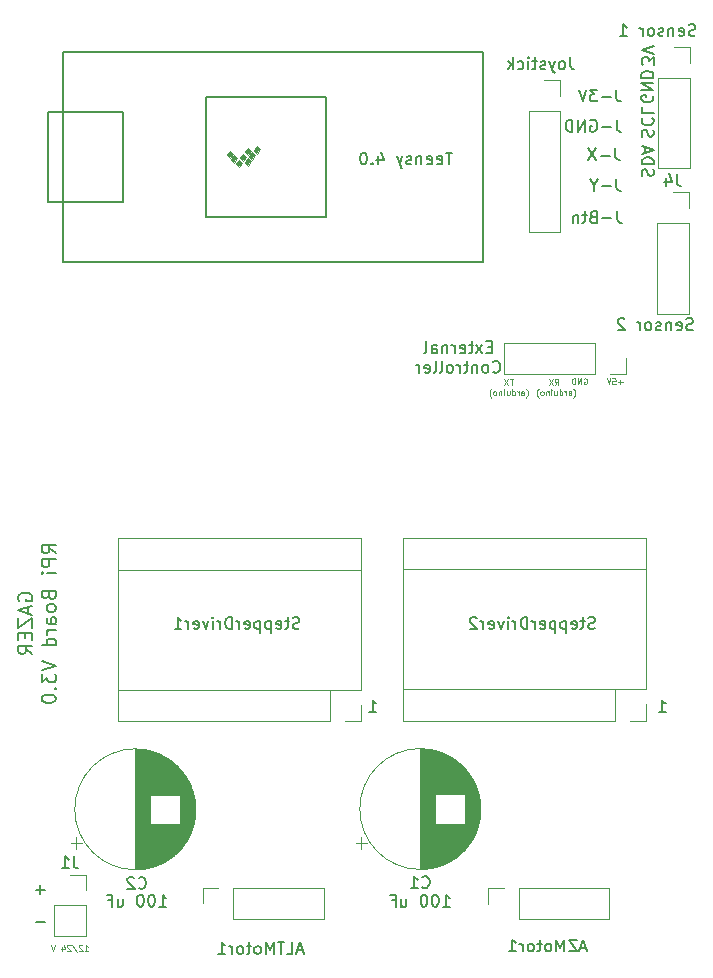
<source format=gbr>
%TF.GenerationSoftware,KiCad,Pcbnew,5.1.7-a382d34a88~90~ubuntu20.04.1*%
%TF.CreationDate,2022-09-16T19:00:19+02:00*%
%TF.ProjectId,goto-exp,676f746f-2d65-4787-902e-6b696361645f,rev?*%
%TF.SameCoordinates,Original*%
%TF.FileFunction,Legend,Bot*%
%TF.FilePolarity,Positive*%
%FSLAX46Y46*%
G04 Gerber Fmt 4.6, Leading zero omitted, Abs format (unit mm)*
G04 Created by KiCad (PCBNEW 5.1.7-a382d34a88~90~ubuntu20.04.1) date 2022-09-16 19:00:19*
%MOMM*%
%LPD*%
G01*
G04 APERTURE LIST*
%ADD10C,0.150000*%
%ADD11C,0.200000*%
%ADD12C,0.125000*%
%ADD13C,0.120000*%
%ADD14C,0.100000*%
G04 APERTURE END LIST*
D10*
X146548076Y-61021861D02*
X146405219Y-61069480D01*
X146167123Y-61069480D01*
X146071885Y-61021861D01*
X146024266Y-60974242D01*
X145976647Y-60879004D01*
X145976647Y-60783766D01*
X146024266Y-60688528D01*
X146071885Y-60640909D01*
X146167123Y-60593290D01*
X146357600Y-60545671D01*
X146452838Y-60498052D01*
X146500457Y-60450433D01*
X146548076Y-60355195D01*
X146548076Y-60259957D01*
X146500457Y-60164719D01*
X146452838Y-60117100D01*
X146357600Y-60069480D01*
X146119504Y-60069480D01*
X145976647Y-60117100D01*
X145167123Y-61021861D02*
X145262361Y-61069480D01*
X145452838Y-61069480D01*
X145548076Y-61021861D01*
X145595695Y-60926623D01*
X145595695Y-60545671D01*
X145548076Y-60450433D01*
X145452838Y-60402814D01*
X145262361Y-60402814D01*
X145167123Y-60450433D01*
X145119504Y-60545671D01*
X145119504Y-60640909D01*
X145595695Y-60736147D01*
X144690933Y-60402814D02*
X144690933Y-61069480D01*
X144690933Y-60498052D02*
X144643314Y-60450433D01*
X144548076Y-60402814D01*
X144405219Y-60402814D01*
X144309980Y-60450433D01*
X144262361Y-60545671D01*
X144262361Y-61069480D01*
X143833790Y-61021861D02*
X143738552Y-61069480D01*
X143548076Y-61069480D01*
X143452838Y-61021861D01*
X143405219Y-60926623D01*
X143405219Y-60879004D01*
X143452838Y-60783766D01*
X143548076Y-60736147D01*
X143690933Y-60736147D01*
X143786171Y-60688528D01*
X143833790Y-60593290D01*
X143833790Y-60545671D01*
X143786171Y-60450433D01*
X143690933Y-60402814D01*
X143548076Y-60402814D01*
X143452838Y-60450433D01*
X142833790Y-61069480D02*
X142929028Y-61021861D01*
X142976647Y-60974242D01*
X143024266Y-60879004D01*
X143024266Y-60593290D01*
X142976647Y-60498052D01*
X142929028Y-60450433D01*
X142833790Y-60402814D01*
X142690933Y-60402814D01*
X142595695Y-60450433D01*
X142548076Y-60498052D01*
X142500457Y-60593290D01*
X142500457Y-60879004D01*
X142548076Y-60974242D01*
X142595695Y-61021861D01*
X142690933Y-61069480D01*
X142833790Y-61069480D01*
X142071885Y-61069480D02*
X142071885Y-60402814D01*
X142071885Y-60593290D02*
X142024266Y-60498052D01*
X141976647Y-60450433D01*
X141881409Y-60402814D01*
X141786171Y-60402814D01*
X140738552Y-60164719D02*
X140690933Y-60117100D01*
X140595695Y-60069480D01*
X140357600Y-60069480D01*
X140262361Y-60117100D01*
X140214742Y-60164719D01*
X140167123Y-60259957D01*
X140167123Y-60355195D01*
X140214742Y-60498052D01*
X140786171Y-61069480D01*
X140167123Y-61069480D01*
X126177180Y-46035980D02*
X125605752Y-46035980D01*
X125891466Y-47035980D02*
X125891466Y-46035980D01*
X124891466Y-46988361D02*
X124986704Y-47035980D01*
X125177180Y-47035980D01*
X125272419Y-46988361D01*
X125320038Y-46893123D01*
X125320038Y-46512171D01*
X125272419Y-46416933D01*
X125177180Y-46369314D01*
X124986704Y-46369314D01*
X124891466Y-46416933D01*
X124843847Y-46512171D01*
X124843847Y-46607409D01*
X125320038Y-46702647D01*
X124034323Y-46988361D02*
X124129561Y-47035980D01*
X124320038Y-47035980D01*
X124415276Y-46988361D01*
X124462895Y-46893123D01*
X124462895Y-46512171D01*
X124415276Y-46416933D01*
X124320038Y-46369314D01*
X124129561Y-46369314D01*
X124034323Y-46416933D01*
X123986704Y-46512171D01*
X123986704Y-46607409D01*
X124462895Y-46702647D01*
X123558133Y-46369314D02*
X123558133Y-47035980D01*
X123558133Y-46464552D02*
X123510514Y-46416933D01*
X123415276Y-46369314D01*
X123272419Y-46369314D01*
X123177180Y-46416933D01*
X123129561Y-46512171D01*
X123129561Y-47035980D01*
X122700990Y-46988361D02*
X122605752Y-47035980D01*
X122415276Y-47035980D01*
X122320038Y-46988361D01*
X122272419Y-46893123D01*
X122272419Y-46845504D01*
X122320038Y-46750266D01*
X122415276Y-46702647D01*
X122558133Y-46702647D01*
X122653371Y-46655028D01*
X122700990Y-46559790D01*
X122700990Y-46512171D01*
X122653371Y-46416933D01*
X122558133Y-46369314D01*
X122415276Y-46369314D01*
X122320038Y-46416933D01*
X121939085Y-46369314D02*
X121700990Y-47035980D01*
X121462895Y-46369314D02*
X121700990Y-47035980D01*
X121796228Y-47274076D01*
X121843847Y-47321695D01*
X121939085Y-47369314D01*
X119891466Y-46369314D02*
X119891466Y-47035980D01*
X120129561Y-45988361D02*
X120367657Y-46702647D01*
X119748609Y-46702647D01*
X119367657Y-46940742D02*
X119320038Y-46988361D01*
X119367657Y-47035980D01*
X119415276Y-46988361D01*
X119367657Y-46940742D01*
X119367657Y-47035980D01*
X118700990Y-46035980D02*
X118605752Y-46035980D01*
X118510514Y-46083600D01*
X118462895Y-46131219D01*
X118415276Y-46226457D01*
X118367657Y-46416933D01*
X118367657Y-46655028D01*
X118415276Y-46845504D01*
X118462895Y-46940742D01*
X118510514Y-46988361D01*
X118605752Y-47035980D01*
X118700990Y-47035980D01*
X118796228Y-46988361D01*
X118843847Y-46940742D01*
X118891466Y-46845504D01*
X118939085Y-46655028D01*
X118939085Y-46416933D01*
X118891466Y-46226457D01*
X118843847Y-46131219D01*
X118796228Y-46083600D01*
X118700990Y-46035980D01*
X129517423Y-62501971D02*
X129184090Y-62501971D01*
X129041233Y-63025780D02*
X129517423Y-63025780D01*
X129517423Y-62025780D01*
X129041233Y-62025780D01*
X128707900Y-63025780D02*
X128184090Y-62359114D01*
X128707900Y-62359114D02*
X128184090Y-63025780D01*
X127945995Y-62359114D02*
X127565042Y-62359114D01*
X127803138Y-62025780D02*
X127803138Y-62882923D01*
X127755519Y-62978161D01*
X127660280Y-63025780D01*
X127565042Y-63025780D01*
X126850757Y-62978161D02*
X126945995Y-63025780D01*
X127136471Y-63025780D01*
X127231709Y-62978161D01*
X127279328Y-62882923D01*
X127279328Y-62501971D01*
X127231709Y-62406733D01*
X127136471Y-62359114D01*
X126945995Y-62359114D01*
X126850757Y-62406733D01*
X126803138Y-62501971D01*
X126803138Y-62597209D01*
X127279328Y-62692447D01*
X126374566Y-63025780D02*
X126374566Y-62359114D01*
X126374566Y-62549590D02*
X126326947Y-62454352D01*
X126279328Y-62406733D01*
X126184090Y-62359114D01*
X126088852Y-62359114D01*
X125755519Y-62359114D02*
X125755519Y-63025780D01*
X125755519Y-62454352D02*
X125707900Y-62406733D01*
X125612661Y-62359114D01*
X125469804Y-62359114D01*
X125374566Y-62406733D01*
X125326947Y-62501971D01*
X125326947Y-63025780D01*
X124422185Y-63025780D02*
X124422185Y-62501971D01*
X124469804Y-62406733D01*
X124565042Y-62359114D01*
X124755519Y-62359114D01*
X124850757Y-62406733D01*
X124422185Y-62978161D02*
X124517423Y-63025780D01*
X124755519Y-63025780D01*
X124850757Y-62978161D01*
X124898376Y-62882923D01*
X124898376Y-62787685D01*
X124850757Y-62692447D01*
X124755519Y-62644828D01*
X124517423Y-62644828D01*
X124422185Y-62597209D01*
X123803138Y-63025780D02*
X123898376Y-62978161D01*
X123945995Y-62882923D01*
X123945995Y-62025780D01*
X129612661Y-64580542D02*
X129660280Y-64628161D01*
X129803138Y-64675780D01*
X129898376Y-64675780D01*
X130041233Y-64628161D01*
X130136471Y-64532923D01*
X130184090Y-64437685D01*
X130231709Y-64247209D01*
X130231709Y-64104352D01*
X130184090Y-63913876D01*
X130136471Y-63818638D01*
X130041233Y-63723400D01*
X129898376Y-63675780D01*
X129803138Y-63675780D01*
X129660280Y-63723400D01*
X129612661Y-63771019D01*
X129041233Y-64675780D02*
X129136471Y-64628161D01*
X129184090Y-64580542D01*
X129231709Y-64485304D01*
X129231709Y-64199590D01*
X129184090Y-64104352D01*
X129136471Y-64056733D01*
X129041233Y-64009114D01*
X128898376Y-64009114D01*
X128803138Y-64056733D01*
X128755519Y-64104352D01*
X128707900Y-64199590D01*
X128707900Y-64485304D01*
X128755519Y-64580542D01*
X128803138Y-64628161D01*
X128898376Y-64675780D01*
X129041233Y-64675780D01*
X128279328Y-64009114D02*
X128279328Y-64675780D01*
X128279328Y-64104352D02*
X128231709Y-64056733D01*
X128136471Y-64009114D01*
X127993614Y-64009114D01*
X127898376Y-64056733D01*
X127850757Y-64151971D01*
X127850757Y-64675780D01*
X127517423Y-64009114D02*
X127136471Y-64009114D01*
X127374566Y-63675780D02*
X127374566Y-64532923D01*
X127326947Y-64628161D01*
X127231709Y-64675780D01*
X127136471Y-64675780D01*
X126803138Y-64675780D02*
X126803138Y-64009114D01*
X126803138Y-64199590D02*
X126755519Y-64104352D01*
X126707900Y-64056733D01*
X126612661Y-64009114D01*
X126517423Y-64009114D01*
X126041233Y-64675780D02*
X126136471Y-64628161D01*
X126184090Y-64580542D01*
X126231709Y-64485304D01*
X126231709Y-64199590D01*
X126184090Y-64104352D01*
X126136471Y-64056733D01*
X126041233Y-64009114D01*
X125898376Y-64009114D01*
X125803138Y-64056733D01*
X125755519Y-64104352D01*
X125707900Y-64199590D01*
X125707900Y-64485304D01*
X125755519Y-64580542D01*
X125803138Y-64628161D01*
X125898376Y-64675780D01*
X126041233Y-64675780D01*
X125136471Y-64675780D02*
X125231709Y-64628161D01*
X125279328Y-64532923D01*
X125279328Y-63675780D01*
X124612661Y-64675780D02*
X124707900Y-64628161D01*
X124755519Y-64532923D01*
X124755519Y-63675780D01*
X123850757Y-64628161D02*
X123945995Y-64675780D01*
X124136471Y-64675780D01*
X124231709Y-64628161D01*
X124279328Y-64532923D01*
X124279328Y-64151971D01*
X124231709Y-64056733D01*
X124136471Y-64009114D01*
X123945995Y-64009114D01*
X123850757Y-64056733D01*
X123803138Y-64151971D01*
X123803138Y-64247209D01*
X124279328Y-64342447D01*
X123374566Y-64675780D02*
X123374566Y-64009114D01*
X123374566Y-64199590D02*
X123326947Y-64104352D01*
X123279328Y-64056733D01*
X123184090Y-64009114D01*
X123088852Y-64009114D01*
X136132580Y-37971480D02*
X136132580Y-38685766D01*
X136180200Y-38828623D01*
X136275438Y-38923861D01*
X136418295Y-38971480D01*
X136513533Y-38971480D01*
X135513533Y-38971480D02*
X135608771Y-38923861D01*
X135656390Y-38876242D01*
X135704009Y-38781004D01*
X135704009Y-38495290D01*
X135656390Y-38400052D01*
X135608771Y-38352433D01*
X135513533Y-38304814D01*
X135370676Y-38304814D01*
X135275438Y-38352433D01*
X135227819Y-38400052D01*
X135180200Y-38495290D01*
X135180200Y-38781004D01*
X135227819Y-38876242D01*
X135275438Y-38923861D01*
X135370676Y-38971480D01*
X135513533Y-38971480D01*
X134846866Y-38304814D02*
X134608771Y-38971480D01*
X134370676Y-38304814D02*
X134608771Y-38971480D01*
X134704009Y-39209576D01*
X134751628Y-39257195D01*
X134846866Y-39304814D01*
X134037342Y-38923861D02*
X133942104Y-38971480D01*
X133751628Y-38971480D01*
X133656390Y-38923861D01*
X133608771Y-38828623D01*
X133608771Y-38781004D01*
X133656390Y-38685766D01*
X133751628Y-38638147D01*
X133894485Y-38638147D01*
X133989723Y-38590528D01*
X134037342Y-38495290D01*
X134037342Y-38447671D01*
X133989723Y-38352433D01*
X133894485Y-38304814D01*
X133751628Y-38304814D01*
X133656390Y-38352433D01*
X133323057Y-38304814D02*
X132942104Y-38304814D01*
X133180200Y-37971480D02*
X133180200Y-38828623D01*
X133132580Y-38923861D01*
X133037342Y-38971480D01*
X132942104Y-38971480D01*
X132608771Y-38971480D02*
X132608771Y-38304814D01*
X132608771Y-37971480D02*
X132656390Y-38019100D01*
X132608771Y-38066719D01*
X132561152Y-38019100D01*
X132608771Y-37971480D01*
X132608771Y-38066719D01*
X131704009Y-38923861D02*
X131799247Y-38971480D01*
X131989723Y-38971480D01*
X132084961Y-38923861D01*
X132132580Y-38876242D01*
X132180200Y-38781004D01*
X132180200Y-38495290D01*
X132132580Y-38400052D01*
X132084961Y-38352433D01*
X131989723Y-38304814D01*
X131799247Y-38304814D01*
X131704009Y-38352433D01*
X131275438Y-38971480D02*
X131275438Y-37971480D01*
X131180200Y-38590528D02*
X130894485Y-38971480D01*
X130894485Y-38304814D02*
X131275438Y-38685766D01*
X146751276Y-36117161D02*
X146608419Y-36164780D01*
X146370323Y-36164780D01*
X146275085Y-36117161D01*
X146227466Y-36069542D01*
X146179847Y-35974304D01*
X146179847Y-35879066D01*
X146227466Y-35783828D01*
X146275085Y-35736209D01*
X146370323Y-35688590D01*
X146560800Y-35640971D01*
X146656038Y-35593352D01*
X146703657Y-35545733D01*
X146751276Y-35450495D01*
X146751276Y-35355257D01*
X146703657Y-35260019D01*
X146656038Y-35212400D01*
X146560800Y-35164780D01*
X146322704Y-35164780D01*
X146179847Y-35212400D01*
X145370323Y-36117161D02*
X145465561Y-36164780D01*
X145656038Y-36164780D01*
X145751276Y-36117161D01*
X145798895Y-36021923D01*
X145798895Y-35640971D01*
X145751276Y-35545733D01*
X145656038Y-35498114D01*
X145465561Y-35498114D01*
X145370323Y-35545733D01*
X145322704Y-35640971D01*
X145322704Y-35736209D01*
X145798895Y-35831447D01*
X144894133Y-35498114D02*
X144894133Y-36164780D01*
X144894133Y-35593352D02*
X144846514Y-35545733D01*
X144751276Y-35498114D01*
X144608419Y-35498114D01*
X144513180Y-35545733D01*
X144465561Y-35640971D01*
X144465561Y-36164780D01*
X144036990Y-36117161D02*
X143941752Y-36164780D01*
X143751276Y-36164780D01*
X143656038Y-36117161D01*
X143608419Y-36021923D01*
X143608419Y-35974304D01*
X143656038Y-35879066D01*
X143751276Y-35831447D01*
X143894133Y-35831447D01*
X143989371Y-35783828D01*
X144036990Y-35688590D01*
X144036990Y-35640971D01*
X143989371Y-35545733D01*
X143894133Y-35498114D01*
X143751276Y-35498114D01*
X143656038Y-35545733D01*
X143036990Y-36164780D02*
X143132228Y-36117161D01*
X143179847Y-36069542D01*
X143227466Y-35974304D01*
X143227466Y-35688590D01*
X143179847Y-35593352D01*
X143132228Y-35545733D01*
X143036990Y-35498114D01*
X142894133Y-35498114D01*
X142798895Y-35545733D01*
X142751276Y-35593352D01*
X142703657Y-35688590D01*
X142703657Y-35974304D01*
X142751276Y-36069542D01*
X142798895Y-36117161D01*
X142894133Y-36164780D01*
X143036990Y-36164780D01*
X142275085Y-36164780D02*
X142275085Y-35498114D01*
X142275085Y-35688590D02*
X142227466Y-35593352D01*
X142179847Y-35545733D01*
X142084609Y-35498114D01*
X141989371Y-35498114D01*
X140370323Y-36164780D02*
X140941752Y-36164780D01*
X140656038Y-36164780D02*
X140656038Y-35164780D01*
X140751276Y-35307638D01*
X140846514Y-35402876D01*
X140941752Y-35450495D01*
X143206719Y-38582504D02*
X143206719Y-37963457D01*
X142825766Y-38296790D01*
X142825766Y-38153933D01*
X142778147Y-38058695D01*
X142730528Y-38011076D01*
X142635290Y-37963457D01*
X142397195Y-37963457D01*
X142301957Y-38011076D01*
X142254338Y-38058695D01*
X142206719Y-38153933D01*
X142206719Y-38439647D01*
X142254338Y-38534885D01*
X142301957Y-38582504D01*
X143206719Y-37677742D02*
X142206719Y-37344409D01*
X143206719Y-37011076D01*
X143133700Y-41224104D02*
X143181319Y-41319342D01*
X143181319Y-41462200D01*
X143133700Y-41605057D01*
X143038461Y-41700295D01*
X142943223Y-41747914D01*
X142752747Y-41795533D01*
X142609890Y-41795533D01*
X142419414Y-41747914D01*
X142324176Y-41700295D01*
X142228938Y-41605057D01*
X142181319Y-41462200D01*
X142181319Y-41366961D01*
X142228938Y-41224104D01*
X142276557Y-41176485D01*
X142609890Y-41176485D01*
X142609890Y-41366961D01*
X142181319Y-40747914D02*
X143181319Y-40747914D01*
X142181319Y-40176485D01*
X143181319Y-40176485D01*
X142181319Y-39700295D02*
X143181319Y-39700295D01*
X143181319Y-39462200D01*
X143133700Y-39319342D01*
X143038461Y-39224104D01*
X142943223Y-39176485D01*
X142752747Y-39128866D01*
X142609890Y-39128866D01*
X142419414Y-39176485D01*
X142324176Y-39224104D01*
X142228938Y-39319342D01*
X142181319Y-39462200D01*
X142181319Y-39700295D01*
X142254338Y-44687976D02*
X142206719Y-44545119D01*
X142206719Y-44307023D01*
X142254338Y-44211785D01*
X142301957Y-44164166D01*
X142397195Y-44116547D01*
X142492433Y-44116547D01*
X142587671Y-44164166D01*
X142635290Y-44211785D01*
X142682909Y-44307023D01*
X142730528Y-44497500D01*
X142778147Y-44592738D01*
X142825766Y-44640357D01*
X142921004Y-44687976D01*
X143016242Y-44687976D01*
X143111480Y-44640357D01*
X143159100Y-44592738D01*
X143206719Y-44497500D01*
X143206719Y-44259404D01*
X143159100Y-44116547D01*
X142301957Y-43116547D02*
X142254338Y-43164166D01*
X142206719Y-43307023D01*
X142206719Y-43402261D01*
X142254338Y-43545119D01*
X142349576Y-43640357D01*
X142444814Y-43687976D01*
X142635290Y-43735595D01*
X142778147Y-43735595D01*
X142968623Y-43687976D01*
X143063861Y-43640357D01*
X143159100Y-43545119D01*
X143206719Y-43402261D01*
X143206719Y-43307023D01*
X143159100Y-43164166D01*
X143111480Y-43116547D01*
X142206719Y-42211785D02*
X142206719Y-42687976D01*
X143206719Y-42687976D01*
X142254338Y-48026485D02*
X142206719Y-47883628D01*
X142206719Y-47645533D01*
X142254338Y-47550295D01*
X142301957Y-47502676D01*
X142397195Y-47455057D01*
X142492433Y-47455057D01*
X142587671Y-47502676D01*
X142635290Y-47550295D01*
X142682909Y-47645533D01*
X142730528Y-47836009D01*
X142778147Y-47931247D01*
X142825766Y-47978866D01*
X142921004Y-48026485D01*
X143016242Y-48026485D01*
X143111480Y-47978866D01*
X143159100Y-47931247D01*
X143206719Y-47836009D01*
X143206719Y-47597914D01*
X143159100Y-47455057D01*
X142206719Y-47026485D02*
X143206719Y-47026485D01*
X143206719Y-46788390D01*
X143159100Y-46645533D01*
X143063861Y-46550295D01*
X142968623Y-46502676D01*
X142778147Y-46455057D01*
X142635290Y-46455057D01*
X142444814Y-46502676D01*
X142349576Y-46550295D01*
X142254338Y-46645533D01*
X142206719Y-46788390D01*
X142206719Y-47026485D01*
X142492433Y-46074104D02*
X142492433Y-45597914D01*
X142206719Y-46169342D02*
X143206719Y-45836009D01*
X142206719Y-45502676D01*
X140052252Y-40701980D02*
X140052252Y-41416266D01*
X140099871Y-41559123D01*
X140195109Y-41654361D01*
X140337966Y-41701980D01*
X140433204Y-41701980D01*
X139576061Y-41321028D02*
X138814157Y-41321028D01*
X138433204Y-40701980D02*
X137814157Y-40701980D01*
X138147490Y-41082933D01*
X138004633Y-41082933D01*
X137909395Y-41130552D01*
X137861776Y-41178171D01*
X137814157Y-41273409D01*
X137814157Y-41511504D01*
X137861776Y-41606742D01*
X137909395Y-41654361D01*
X138004633Y-41701980D01*
X138290347Y-41701980D01*
X138385585Y-41654361D01*
X138433204Y-41606742D01*
X137528442Y-40701980D02*
X137195109Y-41701980D01*
X136861776Y-40701980D01*
X140099800Y-43254680D02*
X140099800Y-43968966D01*
X140147419Y-44111823D01*
X140242657Y-44207061D01*
X140385514Y-44254680D01*
X140480752Y-44254680D01*
X139623609Y-43873728D02*
X138861704Y-43873728D01*
X137861704Y-43302300D02*
X137956942Y-43254680D01*
X138099800Y-43254680D01*
X138242657Y-43302300D01*
X138337895Y-43397538D01*
X138385514Y-43492776D01*
X138433133Y-43683252D01*
X138433133Y-43826109D01*
X138385514Y-44016585D01*
X138337895Y-44111823D01*
X138242657Y-44207061D01*
X138099800Y-44254680D01*
X138004561Y-44254680D01*
X137861704Y-44207061D01*
X137814085Y-44159442D01*
X137814085Y-43826109D01*
X138004561Y-43826109D01*
X137385514Y-44254680D02*
X137385514Y-43254680D01*
X136814085Y-44254680D01*
X136814085Y-43254680D01*
X136337895Y-44254680D02*
X136337895Y-43254680D01*
X136099800Y-43254680D01*
X135956942Y-43302300D01*
X135861704Y-43397538D01*
X135814085Y-43492776D01*
X135766466Y-43683252D01*
X135766466Y-43826109D01*
X135814085Y-44016585D01*
X135861704Y-44111823D01*
X135956942Y-44207061D01*
X136099800Y-44254680D01*
X136337895Y-44254680D01*
X139966580Y-45667680D02*
X139966580Y-46381966D01*
X140014200Y-46524823D01*
X140109438Y-46620061D01*
X140252295Y-46667680D01*
X140347533Y-46667680D01*
X139490390Y-46286728D02*
X138728485Y-46286728D01*
X138347533Y-45667680D02*
X137680866Y-46667680D01*
X137680866Y-45667680D02*
X138347533Y-46667680D01*
X140071361Y-48258480D02*
X140071361Y-48972766D01*
X140118980Y-49115623D01*
X140214219Y-49210861D01*
X140357076Y-49258480D01*
X140452314Y-49258480D01*
X139595171Y-48877528D02*
X138833266Y-48877528D01*
X138166600Y-48782290D02*
X138166600Y-49258480D01*
X138499933Y-48258480D02*
X138166600Y-48782290D01*
X137833266Y-48258480D01*
X140118885Y-50988980D02*
X140118885Y-51703266D01*
X140166504Y-51846123D01*
X140261742Y-51941361D01*
X140404600Y-51988980D01*
X140499838Y-51988980D01*
X139642695Y-51608028D02*
X138880790Y-51608028D01*
X138071266Y-51465171D02*
X137928409Y-51512790D01*
X137880790Y-51560409D01*
X137833171Y-51655647D01*
X137833171Y-51798504D01*
X137880790Y-51893742D01*
X137928409Y-51941361D01*
X138023647Y-51988980D01*
X138404600Y-51988980D01*
X138404600Y-50988980D01*
X138071266Y-50988980D01*
X137976028Y-51036600D01*
X137928409Y-51084219D01*
X137880790Y-51179457D01*
X137880790Y-51274695D01*
X137928409Y-51369933D01*
X137976028Y-51417552D01*
X138071266Y-51465171D01*
X138404600Y-51465171D01*
X137547457Y-51322314D02*
X137166504Y-51322314D01*
X137404600Y-50988980D02*
X137404600Y-51846123D01*
X137356980Y-51941361D01*
X137261742Y-51988980D01*
X137166504Y-51988980D01*
X136833171Y-51322314D02*
X136833171Y-51988980D01*
X136833171Y-51417552D02*
X136785552Y-51369933D01*
X136690314Y-51322314D01*
X136547457Y-51322314D01*
X136452219Y-51369933D01*
X136404600Y-51465171D01*
X136404600Y-51988980D01*
D11*
X89471700Y-83988514D02*
X89414557Y-83874228D01*
X89414557Y-83702800D01*
X89471700Y-83531371D01*
X89585985Y-83417085D01*
X89700271Y-83359942D01*
X89928842Y-83302800D01*
X90100271Y-83302800D01*
X90328842Y-83359942D01*
X90443128Y-83417085D01*
X90557414Y-83531371D01*
X90614557Y-83702800D01*
X90614557Y-83817085D01*
X90557414Y-83988514D01*
X90500271Y-84045657D01*
X90100271Y-84045657D01*
X90100271Y-83817085D01*
X90271700Y-84502800D02*
X90271700Y-85074228D01*
X90614557Y-84388514D02*
X89414557Y-84788514D01*
X90614557Y-85188514D01*
X89414557Y-85474228D02*
X89414557Y-86274228D01*
X90614557Y-85474228D01*
X90614557Y-86274228D01*
X89985985Y-86731371D02*
X89985985Y-87131371D01*
X90614557Y-87302800D02*
X90614557Y-86731371D01*
X89414557Y-86731371D01*
X89414557Y-87302800D01*
X90614557Y-88502800D02*
X90043128Y-88102800D01*
X90614557Y-87817085D02*
X89414557Y-87817085D01*
X89414557Y-88274228D01*
X89471700Y-88388514D01*
X89528842Y-88445657D01*
X89643128Y-88502800D01*
X89814557Y-88502800D01*
X89928842Y-88445657D01*
X89985985Y-88388514D01*
X90043128Y-88274228D01*
X90043128Y-87817085D01*
X92614557Y-79931371D02*
X92043128Y-79531371D01*
X92614557Y-79245657D02*
X91414557Y-79245657D01*
X91414557Y-79702800D01*
X91471700Y-79817085D01*
X91528842Y-79874228D01*
X91643128Y-79931371D01*
X91814557Y-79931371D01*
X91928842Y-79874228D01*
X91985985Y-79817085D01*
X92043128Y-79702800D01*
X92043128Y-79245657D01*
X92614557Y-80445657D02*
X91414557Y-80445657D01*
X91414557Y-80902800D01*
X91471700Y-81017085D01*
X91528842Y-81074228D01*
X91643128Y-81131371D01*
X91814557Y-81131371D01*
X91928842Y-81074228D01*
X91985985Y-81017085D01*
X92043128Y-80902800D01*
X92043128Y-80445657D01*
X92614557Y-81645657D02*
X91814557Y-81645657D01*
X91414557Y-81645657D02*
X91471700Y-81588514D01*
X91528842Y-81645657D01*
X91471700Y-81702800D01*
X91414557Y-81645657D01*
X91528842Y-81645657D01*
X91985985Y-83531371D02*
X92043128Y-83702800D01*
X92100271Y-83759942D01*
X92214557Y-83817085D01*
X92385985Y-83817085D01*
X92500271Y-83759942D01*
X92557414Y-83702800D01*
X92614557Y-83588514D01*
X92614557Y-83131371D01*
X91414557Y-83131371D01*
X91414557Y-83531371D01*
X91471700Y-83645657D01*
X91528842Y-83702800D01*
X91643128Y-83759942D01*
X91757414Y-83759942D01*
X91871700Y-83702800D01*
X91928842Y-83645657D01*
X91985985Y-83531371D01*
X91985985Y-83131371D01*
X92614557Y-84502800D02*
X92557414Y-84388514D01*
X92500271Y-84331371D01*
X92385985Y-84274228D01*
X92043128Y-84274228D01*
X91928842Y-84331371D01*
X91871700Y-84388514D01*
X91814557Y-84502800D01*
X91814557Y-84674228D01*
X91871700Y-84788514D01*
X91928842Y-84845657D01*
X92043128Y-84902800D01*
X92385985Y-84902800D01*
X92500271Y-84845657D01*
X92557414Y-84788514D01*
X92614557Y-84674228D01*
X92614557Y-84502800D01*
X92614557Y-85931371D02*
X91985985Y-85931371D01*
X91871700Y-85874228D01*
X91814557Y-85759942D01*
X91814557Y-85531371D01*
X91871700Y-85417085D01*
X92557414Y-85931371D02*
X92614557Y-85817085D01*
X92614557Y-85531371D01*
X92557414Y-85417085D01*
X92443128Y-85359942D01*
X92328842Y-85359942D01*
X92214557Y-85417085D01*
X92157414Y-85531371D01*
X92157414Y-85817085D01*
X92100271Y-85931371D01*
X92614557Y-86502800D02*
X91814557Y-86502800D01*
X92043128Y-86502800D02*
X91928842Y-86559942D01*
X91871700Y-86617085D01*
X91814557Y-86731371D01*
X91814557Y-86845657D01*
X92614557Y-87759942D02*
X91414557Y-87759942D01*
X92557414Y-87759942D02*
X92614557Y-87645657D01*
X92614557Y-87417085D01*
X92557414Y-87302800D01*
X92500271Y-87245657D01*
X92385985Y-87188514D01*
X92043128Y-87188514D01*
X91928842Y-87245657D01*
X91871700Y-87302800D01*
X91814557Y-87417085D01*
X91814557Y-87645657D01*
X91871700Y-87759942D01*
X91414557Y-89074228D02*
X92614557Y-89474228D01*
X91414557Y-89874228D01*
X91414557Y-90159942D02*
X91414557Y-90902800D01*
X91871700Y-90502800D01*
X91871700Y-90674228D01*
X91928842Y-90788514D01*
X91985985Y-90845657D01*
X92100271Y-90902800D01*
X92385985Y-90902800D01*
X92500271Y-90845657D01*
X92557414Y-90788514D01*
X92614557Y-90674228D01*
X92614557Y-90331371D01*
X92557414Y-90217085D01*
X92500271Y-90159942D01*
X92500271Y-91417085D02*
X92557414Y-91474228D01*
X92614557Y-91417085D01*
X92557414Y-91359942D01*
X92500271Y-91417085D01*
X92614557Y-91417085D01*
X91414557Y-92217085D02*
X91414557Y-92331371D01*
X91471700Y-92445657D01*
X91528842Y-92502800D01*
X91643128Y-92559942D01*
X91871700Y-92617085D01*
X92157414Y-92617085D01*
X92385985Y-92559942D01*
X92500271Y-92502800D01*
X92557414Y-92445657D01*
X92614557Y-92331371D01*
X92614557Y-92217085D01*
X92557414Y-92102800D01*
X92500271Y-92045657D01*
X92385985Y-91988514D01*
X92157414Y-91931371D01*
X91871700Y-91931371D01*
X91643128Y-91988514D01*
X91528842Y-92045657D01*
X91471700Y-92102800D01*
X91414557Y-92217085D01*
D12*
X131326852Y-65213590D02*
X131041138Y-65213590D01*
X131183995Y-65713590D02*
X131183995Y-65213590D01*
X130922090Y-65213590D02*
X130588757Y-65713590D01*
X130588757Y-65213590D02*
X130922090Y-65713590D01*
X132422090Y-66779066D02*
X132445900Y-66755257D01*
X132493519Y-66683828D01*
X132517328Y-66636209D01*
X132541138Y-66564780D01*
X132564947Y-66445733D01*
X132564947Y-66350495D01*
X132541138Y-66231447D01*
X132517328Y-66160019D01*
X132493519Y-66112400D01*
X132445900Y-66040971D01*
X132422090Y-66017161D01*
X132017328Y-66588590D02*
X132017328Y-66326685D01*
X132041138Y-66279066D01*
X132088757Y-66255257D01*
X132183995Y-66255257D01*
X132231614Y-66279066D01*
X132017328Y-66564780D02*
X132064947Y-66588590D01*
X132183995Y-66588590D01*
X132231614Y-66564780D01*
X132255423Y-66517161D01*
X132255423Y-66469542D01*
X132231614Y-66421923D01*
X132183995Y-66398114D01*
X132064947Y-66398114D01*
X132017328Y-66374304D01*
X131779233Y-66588590D02*
X131779233Y-66255257D01*
X131779233Y-66350495D02*
X131755423Y-66302876D01*
X131731614Y-66279066D01*
X131683995Y-66255257D01*
X131636376Y-66255257D01*
X131255423Y-66588590D02*
X131255423Y-66088590D01*
X131255423Y-66564780D02*
X131303042Y-66588590D01*
X131398280Y-66588590D01*
X131445900Y-66564780D01*
X131469709Y-66540971D01*
X131493519Y-66493352D01*
X131493519Y-66350495D01*
X131469709Y-66302876D01*
X131445900Y-66279066D01*
X131398280Y-66255257D01*
X131303042Y-66255257D01*
X131255423Y-66279066D01*
X130803042Y-66255257D02*
X130803042Y-66588590D01*
X131017328Y-66255257D02*
X131017328Y-66517161D01*
X130993519Y-66564780D01*
X130945900Y-66588590D01*
X130874471Y-66588590D01*
X130826852Y-66564780D01*
X130803042Y-66540971D01*
X130564947Y-66588590D02*
X130564947Y-66255257D01*
X130564947Y-66088590D02*
X130588757Y-66112400D01*
X130564947Y-66136209D01*
X130541138Y-66112400D01*
X130564947Y-66088590D01*
X130564947Y-66136209D01*
X130326852Y-66255257D02*
X130326852Y-66588590D01*
X130326852Y-66302876D02*
X130303042Y-66279066D01*
X130255423Y-66255257D01*
X130183995Y-66255257D01*
X130136376Y-66279066D01*
X130112566Y-66326685D01*
X130112566Y-66588590D01*
X129803042Y-66588590D02*
X129850661Y-66564780D01*
X129874471Y-66540971D01*
X129898280Y-66493352D01*
X129898280Y-66350495D01*
X129874471Y-66302876D01*
X129850661Y-66279066D01*
X129803042Y-66255257D01*
X129731614Y-66255257D01*
X129683995Y-66279066D01*
X129660185Y-66302876D01*
X129636376Y-66350495D01*
X129636376Y-66493352D01*
X129660185Y-66540971D01*
X129683995Y-66564780D01*
X129731614Y-66588590D01*
X129803042Y-66588590D01*
X129469709Y-66779066D02*
X129445900Y-66755257D01*
X129398280Y-66683828D01*
X129374471Y-66636209D01*
X129350661Y-66564780D01*
X129326852Y-66445733D01*
X129326852Y-66350495D01*
X129350661Y-66231447D01*
X129374471Y-66160019D01*
X129398280Y-66112400D01*
X129445900Y-66040971D01*
X129469709Y-66017161D01*
X134838757Y-65713590D02*
X135005423Y-65475495D01*
X135124471Y-65713590D02*
X135124471Y-65213590D01*
X134933995Y-65213590D01*
X134886376Y-65237400D01*
X134862566Y-65261209D01*
X134838757Y-65308828D01*
X134838757Y-65380257D01*
X134862566Y-65427876D01*
X134886376Y-65451685D01*
X134933995Y-65475495D01*
X135124471Y-65475495D01*
X134672090Y-65213590D02*
X134338757Y-65713590D01*
X134338757Y-65213590D02*
X134672090Y-65713590D01*
X136422090Y-66779066D02*
X136445900Y-66755257D01*
X136493519Y-66683828D01*
X136517328Y-66636209D01*
X136541138Y-66564780D01*
X136564947Y-66445733D01*
X136564947Y-66350495D01*
X136541138Y-66231447D01*
X136517328Y-66160019D01*
X136493519Y-66112400D01*
X136445900Y-66040971D01*
X136422090Y-66017161D01*
X136017328Y-66588590D02*
X136017328Y-66326685D01*
X136041138Y-66279066D01*
X136088757Y-66255257D01*
X136183995Y-66255257D01*
X136231614Y-66279066D01*
X136017328Y-66564780D02*
X136064947Y-66588590D01*
X136183995Y-66588590D01*
X136231614Y-66564780D01*
X136255423Y-66517161D01*
X136255423Y-66469542D01*
X136231614Y-66421923D01*
X136183995Y-66398114D01*
X136064947Y-66398114D01*
X136017328Y-66374304D01*
X135779233Y-66588590D02*
X135779233Y-66255257D01*
X135779233Y-66350495D02*
X135755423Y-66302876D01*
X135731614Y-66279066D01*
X135683995Y-66255257D01*
X135636376Y-66255257D01*
X135255423Y-66588590D02*
X135255423Y-66088590D01*
X135255423Y-66564780D02*
X135303042Y-66588590D01*
X135398280Y-66588590D01*
X135445900Y-66564780D01*
X135469709Y-66540971D01*
X135493519Y-66493352D01*
X135493519Y-66350495D01*
X135469709Y-66302876D01*
X135445900Y-66279066D01*
X135398280Y-66255257D01*
X135303042Y-66255257D01*
X135255423Y-66279066D01*
X134803042Y-66255257D02*
X134803042Y-66588590D01*
X135017328Y-66255257D02*
X135017328Y-66517161D01*
X134993519Y-66564780D01*
X134945900Y-66588590D01*
X134874471Y-66588590D01*
X134826852Y-66564780D01*
X134803042Y-66540971D01*
X134564947Y-66588590D02*
X134564947Y-66255257D01*
X134564947Y-66088590D02*
X134588757Y-66112400D01*
X134564947Y-66136209D01*
X134541138Y-66112400D01*
X134564947Y-66088590D01*
X134564947Y-66136209D01*
X134326852Y-66255257D02*
X134326852Y-66588590D01*
X134326852Y-66302876D02*
X134303042Y-66279066D01*
X134255423Y-66255257D01*
X134183995Y-66255257D01*
X134136376Y-66279066D01*
X134112566Y-66326685D01*
X134112566Y-66588590D01*
X133803042Y-66588590D02*
X133850661Y-66564780D01*
X133874471Y-66540971D01*
X133898280Y-66493352D01*
X133898280Y-66350495D01*
X133874471Y-66302876D01*
X133850661Y-66279066D01*
X133803042Y-66255257D01*
X133731614Y-66255257D01*
X133683995Y-66279066D01*
X133660185Y-66302876D01*
X133636376Y-66350495D01*
X133636376Y-66493352D01*
X133660185Y-66540971D01*
X133683995Y-66564780D01*
X133731614Y-66588590D01*
X133803042Y-66588590D01*
X133469709Y-66779066D02*
X133445900Y-66755257D01*
X133398280Y-66683828D01*
X133374471Y-66636209D01*
X133350661Y-66564780D01*
X133326852Y-66445733D01*
X133326852Y-66350495D01*
X133350661Y-66231447D01*
X133374471Y-66160019D01*
X133398280Y-66112400D01*
X133445900Y-66040971D01*
X133469709Y-66017161D01*
X137326852Y-65174900D02*
X137374471Y-65151090D01*
X137445900Y-65151090D01*
X137517328Y-65174900D01*
X137564947Y-65222519D01*
X137588757Y-65270138D01*
X137612566Y-65365376D01*
X137612566Y-65436804D01*
X137588757Y-65532042D01*
X137564947Y-65579661D01*
X137517328Y-65627280D01*
X137445900Y-65651090D01*
X137398280Y-65651090D01*
X137326852Y-65627280D01*
X137303042Y-65603471D01*
X137303042Y-65436804D01*
X137398280Y-65436804D01*
X137088757Y-65651090D02*
X137088757Y-65151090D01*
X136803042Y-65651090D01*
X136803042Y-65151090D01*
X136564947Y-65651090D02*
X136564947Y-65151090D01*
X136445900Y-65151090D01*
X136374471Y-65174900D01*
X136326852Y-65222519D01*
X136303042Y-65270138D01*
X136279233Y-65365376D01*
X136279233Y-65436804D01*
X136303042Y-65532042D01*
X136326852Y-65579661D01*
X136374471Y-65627280D01*
X136445900Y-65651090D01*
X136564947Y-65651090D01*
X140588757Y-65460614D02*
X140207804Y-65460614D01*
X140398280Y-65651090D02*
X140398280Y-65270138D01*
X139731614Y-65151090D02*
X139969709Y-65151090D01*
X139993519Y-65389185D01*
X139969709Y-65365376D01*
X139922090Y-65341566D01*
X139803042Y-65341566D01*
X139755423Y-65365376D01*
X139731614Y-65389185D01*
X139707804Y-65436804D01*
X139707804Y-65555852D01*
X139731614Y-65603471D01*
X139755423Y-65627280D01*
X139803042Y-65651090D01*
X139922090Y-65651090D01*
X139969709Y-65627280D01*
X139993519Y-65603471D01*
X139564947Y-65151090D02*
X139398280Y-65651090D01*
X139231614Y-65151090D01*
D10*
X119160185Y-93377280D02*
X119731614Y-93377280D01*
X119445900Y-93377280D02*
X119445900Y-92377280D01*
X119541138Y-92520138D01*
X119636376Y-92615376D01*
X119731614Y-92662995D01*
X143660185Y-93377280D02*
X144231614Y-93377280D01*
X143945900Y-93377280D02*
X143945900Y-92377280D01*
X144041138Y-92520138D01*
X144136376Y-92615376D01*
X144231614Y-92662995D01*
D12*
X95040295Y-113624490D02*
X95326009Y-113624490D01*
X95183152Y-113624490D02*
X95183152Y-113124490D01*
X95230771Y-113195919D01*
X95278390Y-113243538D01*
X95326009Y-113267347D01*
X94849819Y-113172109D02*
X94826009Y-113148300D01*
X94778390Y-113124490D01*
X94659342Y-113124490D01*
X94611723Y-113148300D01*
X94587914Y-113172109D01*
X94564104Y-113219728D01*
X94564104Y-113267347D01*
X94587914Y-113338776D01*
X94873628Y-113624490D01*
X94564104Y-113624490D01*
X93992676Y-113100680D02*
X94421247Y-113743538D01*
X93849819Y-113172109D02*
X93826009Y-113148300D01*
X93778390Y-113124490D01*
X93659342Y-113124490D01*
X93611723Y-113148300D01*
X93587914Y-113172109D01*
X93564104Y-113219728D01*
X93564104Y-113267347D01*
X93587914Y-113338776D01*
X93873628Y-113624490D01*
X93564104Y-113624490D01*
X93135533Y-113291157D02*
X93135533Y-113624490D01*
X93254580Y-113100680D02*
X93373628Y-113457823D01*
X93064104Y-113457823D01*
X92564104Y-113124490D02*
X92397438Y-113624490D01*
X92230771Y-113124490D01*
D10*
X91681252Y-111158328D02*
X90919347Y-111158328D01*
X91681252Y-108440528D02*
X90919347Y-108440528D01*
X91300300Y-108821480D02*
X91300300Y-108059576D01*
D13*
%TO.C,J4*%
X146173500Y-59673800D02*
X143513500Y-59673800D01*
X146173500Y-51993800D02*
X146173500Y-59673800D01*
X143513500Y-51993800D02*
X143513500Y-59673800D01*
X146173500Y-51993800D02*
X143513500Y-51993800D01*
X146173500Y-50723800D02*
X146173500Y-49393800D01*
X146173500Y-49393800D02*
X144843500Y-49393800D01*
D14*
%TO.C,U1*%
G36*
X107082000Y-46268700D02*
G01*
X107336000Y-46522700D01*
X107590000Y-46141700D01*
X107336000Y-45887700D01*
X107082000Y-46268700D01*
G37*
X107082000Y-46268700D02*
X107336000Y-46522700D01*
X107590000Y-46141700D01*
X107336000Y-45887700D01*
X107082000Y-46268700D01*
G36*
X107463000Y-46649700D02*
G01*
X107717000Y-46903700D01*
X107971000Y-46522700D01*
X107717000Y-46268700D01*
X107463000Y-46649700D01*
G37*
X107463000Y-46649700D02*
X107717000Y-46903700D01*
X107971000Y-46522700D01*
X107717000Y-46268700D01*
X107463000Y-46649700D01*
G36*
X109368000Y-45887700D02*
G01*
X109622000Y-46141700D01*
X109876000Y-45760700D01*
X109622000Y-45506700D01*
X109368000Y-45887700D01*
G37*
X109368000Y-45887700D02*
X109622000Y-46141700D01*
X109876000Y-45760700D01*
X109622000Y-45506700D01*
X109368000Y-45887700D01*
G36*
X108987000Y-46395700D02*
G01*
X109241000Y-46649700D01*
X109495000Y-46268700D01*
X109241000Y-46014700D01*
X108987000Y-46395700D01*
G37*
X108987000Y-46395700D02*
X109241000Y-46649700D01*
X109495000Y-46268700D01*
X109241000Y-46014700D01*
X108987000Y-46395700D01*
G36*
X108606000Y-46903700D02*
G01*
X108860000Y-47157700D01*
X109114000Y-46776700D01*
X108860000Y-46522700D01*
X108606000Y-46903700D01*
G37*
X108606000Y-46903700D02*
X108860000Y-47157700D01*
X109114000Y-46776700D01*
X108860000Y-46522700D01*
X108606000Y-46903700D01*
G36*
X108606000Y-46014700D02*
G01*
X108860000Y-46268700D01*
X109114000Y-45887700D01*
X108860000Y-45633700D01*
X108606000Y-46014700D01*
G37*
X108606000Y-46014700D02*
X108860000Y-46268700D01*
X109114000Y-45887700D01*
X108860000Y-45633700D01*
X108606000Y-46014700D01*
G36*
X108225000Y-46522700D02*
G01*
X108479000Y-46776700D01*
X108733000Y-46395700D01*
X108479000Y-46141700D01*
X108225000Y-46522700D01*
G37*
X108225000Y-46522700D02*
X108479000Y-46776700D01*
X108733000Y-46395700D01*
X108479000Y-46141700D01*
X108225000Y-46522700D01*
G36*
X107844000Y-47030700D02*
G01*
X108098000Y-47284700D01*
X108352000Y-46903700D01*
X108098000Y-46649700D01*
X107844000Y-47030700D01*
G37*
X107844000Y-47030700D02*
X108098000Y-47284700D01*
X108352000Y-46903700D01*
X108098000Y-46649700D01*
X107844000Y-47030700D01*
D10*
X93239000Y-37505700D02*
X93239000Y-55285700D01*
X128799000Y-37505700D02*
X93239000Y-37505700D01*
X128799000Y-55285700D02*
X128799000Y-37505700D01*
X93239000Y-55285700D02*
X128799000Y-55285700D01*
X115464000Y-41315700D02*
X105304000Y-41315700D01*
X115464000Y-51475700D02*
X105304000Y-51475700D01*
X105304000Y-51475700D02*
X105304000Y-41315700D01*
X115464000Y-41315700D02*
X115464000Y-51475700D01*
X98319000Y-42585700D02*
X93239000Y-42585700D01*
X98319000Y-50205700D02*
X93239000Y-50205700D01*
X98319000Y-42585700D02*
X98319000Y-50205700D01*
X91969000Y-50205700D02*
X93239000Y-50205700D01*
X91969000Y-42585700D02*
X91969000Y-50205700D01*
X93239000Y-42585700D02*
X91969000Y-42585700D01*
D13*
%TO.C,J2*%
X135302300Y-39919600D02*
X133972300Y-39919600D01*
X135302300Y-41249600D02*
X135302300Y-39919600D01*
X135302300Y-42519600D02*
X132642300Y-42519600D01*
X132642300Y-42519600D02*
X132642300Y-52739600D01*
X135302300Y-42519600D02*
X135302300Y-52739600D01*
X135302300Y-52739600D02*
X132642300Y-52739600D01*
%TO.C,J3*%
X146262400Y-37087500D02*
X144932400Y-37087500D01*
X146262400Y-38417500D02*
X146262400Y-37087500D01*
X146262400Y-39687500D02*
X143602400Y-39687500D01*
X143602400Y-39687500D02*
X143602400Y-47367500D01*
X146262400Y-39687500D02*
X146262400Y-47367500D01*
X146262400Y-47367500D02*
X143602400Y-47367500D01*
%TO.C,J1*%
X95132200Y-107178800D02*
X93802200Y-107178800D01*
X95132200Y-108508800D02*
X95132200Y-107178800D01*
X95132200Y-109778800D02*
X92472200Y-109778800D01*
X92472200Y-109778800D02*
X92472200Y-112378800D01*
X95132200Y-109778800D02*
X95132200Y-112378800D01*
X95132200Y-112378800D02*
X92472200Y-112378800D01*
%TO.C,C2*%
X94346554Y-105013100D02*
X94346554Y-104013100D01*
X93846554Y-104513100D02*
X94846554Y-104513100D01*
X104407200Y-102237100D02*
X104407200Y-101039100D01*
X104367200Y-102500100D02*
X104367200Y-100776100D01*
X104327200Y-102700100D02*
X104327200Y-100576100D01*
X104287200Y-102868100D02*
X104287200Y-100408100D01*
X104247200Y-103016100D02*
X104247200Y-100260100D01*
X104207200Y-103148100D02*
X104207200Y-100128100D01*
X104167200Y-103268100D02*
X104167200Y-100008100D01*
X104127200Y-103380100D02*
X104127200Y-99896100D01*
X104087200Y-103484100D02*
X104087200Y-99792100D01*
X104047200Y-103582100D02*
X104047200Y-99694100D01*
X104007200Y-103675100D02*
X104007200Y-99601100D01*
X103967200Y-103763100D02*
X103967200Y-99513100D01*
X103927200Y-103847100D02*
X103927200Y-99429100D01*
X103887200Y-103927100D02*
X103887200Y-99349100D01*
X103847200Y-104003100D02*
X103847200Y-99273100D01*
X103807200Y-104077100D02*
X103807200Y-99199100D01*
X103767200Y-104148100D02*
X103767200Y-99128100D01*
X103727200Y-104217100D02*
X103727200Y-99059100D01*
X103687200Y-104283100D02*
X103687200Y-98993100D01*
X103647200Y-104347100D02*
X103647200Y-98929100D01*
X103607200Y-104408100D02*
X103607200Y-98868100D01*
X103567200Y-104468100D02*
X103567200Y-98808100D01*
X103527200Y-104527100D02*
X103527200Y-98749100D01*
X103487200Y-104583100D02*
X103487200Y-98693100D01*
X103447200Y-104638100D02*
X103447200Y-98638100D01*
X103407200Y-104692100D02*
X103407200Y-98584100D01*
X103367200Y-104744100D02*
X103367200Y-98532100D01*
X103327200Y-104794100D02*
X103327200Y-98482100D01*
X103287200Y-104844100D02*
X103287200Y-98432100D01*
X103247200Y-104892100D02*
X103247200Y-98384100D01*
X103207200Y-104939100D02*
X103207200Y-98337100D01*
X103167200Y-104985100D02*
X103167200Y-98291100D01*
X103127200Y-105030100D02*
X103127200Y-98246100D01*
X103087200Y-105074100D02*
X103087200Y-98202100D01*
X103047200Y-100397100D02*
X103047200Y-98160100D01*
X103047200Y-105116100D02*
X103047200Y-102879100D01*
X103007200Y-100397100D02*
X103007200Y-98118100D01*
X103007200Y-105158100D02*
X103007200Y-102879100D01*
X102967200Y-100397100D02*
X102967200Y-98077100D01*
X102967200Y-105199100D02*
X102967200Y-102879100D01*
X102927200Y-100397100D02*
X102927200Y-98037100D01*
X102927200Y-105239100D02*
X102927200Y-102879100D01*
X102887200Y-100397100D02*
X102887200Y-97998100D01*
X102887200Y-105278100D02*
X102887200Y-102879100D01*
X102847200Y-100397100D02*
X102847200Y-97959100D01*
X102847200Y-105317100D02*
X102847200Y-102879100D01*
X102807200Y-100397100D02*
X102807200Y-97922100D01*
X102807200Y-105354100D02*
X102807200Y-102879100D01*
X102767200Y-100397100D02*
X102767200Y-97885100D01*
X102767200Y-105391100D02*
X102767200Y-102879100D01*
X102727200Y-100397100D02*
X102727200Y-97849100D01*
X102727200Y-105427100D02*
X102727200Y-102879100D01*
X102687200Y-100397100D02*
X102687200Y-97814100D01*
X102687200Y-105462100D02*
X102687200Y-102879100D01*
X102647200Y-100397100D02*
X102647200Y-97780100D01*
X102647200Y-105496100D02*
X102647200Y-102879100D01*
X102607200Y-100397100D02*
X102607200Y-97746100D01*
X102607200Y-105530100D02*
X102607200Y-102879100D01*
X102567200Y-100397100D02*
X102567200Y-97713100D01*
X102567200Y-105563100D02*
X102567200Y-102879100D01*
X102527200Y-100397100D02*
X102527200Y-97681100D01*
X102527200Y-105595100D02*
X102527200Y-102879100D01*
X102487200Y-100397100D02*
X102487200Y-97649100D01*
X102487200Y-105627100D02*
X102487200Y-102879100D01*
X102447200Y-100397100D02*
X102447200Y-97618100D01*
X102447200Y-105658100D02*
X102447200Y-102879100D01*
X102407200Y-100397100D02*
X102407200Y-97588100D01*
X102407200Y-105688100D02*
X102407200Y-102879100D01*
X102367200Y-100397100D02*
X102367200Y-97558100D01*
X102367200Y-105718100D02*
X102367200Y-102879100D01*
X102327200Y-100397100D02*
X102327200Y-97528100D01*
X102327200Y-105748100D02*
X102327200Y-102879100D01*
X102287200Y-100397100D02*
X102287200Y-97500100D01*
X102287200Y-105776100D02*
X102287200Y-102879100D01*
X102247200Y-100397100D02*
X102247200Y-97472100D01*
X102247200Y-105804100D02*
X102247200Y-102879100D01*
X102207200Y-100397100D02*
X102207200Y-97444100D01*
X102207200Y-105832100D02*
X102207200Y-102879100D01*
X102167200Y-100397100D02*
X102167200Y-97417100D01*
X102167200Y-105859100D02*
X102167200Y-102879100D01*
X102127200Y-100397100D02*
X102127200Y-97391100D01*
X102127200Y-105885100D02*
X102127200Y-102879100D01*
X102087200Y-100397100D02*
X102087200Y-97365100D01*
X102087200Y-105911100D02*
X102087200Y-102879100D01*
X102047200Y-100397100D02*
X102047200Y-97340100D01*
X102047200Y-105936100D02*
X102047200Y-102879100D01*
X102007200Y-100397100D02*
X102007200Y-97315100D01*
X102007200Y-105961100D02*
X102007200Y-102879100D01*
X101967200Y-100397100D02*
X101967200Y-97291100D01*
X101967200Y-105985100D02*
X101967200Y-102879100D01*
X101927200Y-100397100D02*
X101927200Y-97267100D01*
X101927200Y-106009100D02*
X101927200Y-102879100D01*
X101887200Y-100397100D02*
X101887200Y-97243100D01*
X101887200Y-106033100D02*
X101887200Y-102879100D01*
X101847200Y-100397100D02*
X101847200Y-97221100D01*
X101847200Y-106055100D02*
X101847200Y-102879100D01*
X101807200Y-100397100D02*
X101807200Y-97198100D01*
X101807200Y-106078100D02*
X101807200Y-102879100D01*
X101767200Y-100397100D02*
X101767200Y-97176100D01*
X101767200Y-106100100D02*
X101767200Y-102879100D01*
X101727200Y-100397100D02*
X101727200Y-97155100D01*
X101727200Y-106121100D02*
X101727200Y-102879100D01*
X101687200Y-100397100D02*
X101687200Y-97134100D01*
X101687200Y-106142100D02*
X101687200Y-102879100D01*
X101647200Y-100397100D02*
X101647200Y-97113100D01*
X101647200Y-106163100D02*
X101647200Y-102879100D01*
X101607200Y-100397100D02*
X101607200Y-97093100D01*
X101607200Y-106183100D02*
X101607200Y-102879100D01*
X101567200Y-100397100D02*
X101567200Y-97074100D01*
X101567200Y-106202100D02*
X101567200Y-102879100D01*
X101527200Y-100397100D02*
X101527200Y-97054100D01*
X101527200Y-106222100D02*
X101527200Y-102879100D01*
X101487200Y-100397100D02*
X101487200Y-97035100D01*
X101487200Y-106241100D02*
X101487200Y-102879100D01*
X101447200Y-100397100D02*
X101447200Y-97017100D01*
X101447200Y-106259100D02*
X101447200Y-102879100D01*
X101407200Y-100397100D02*
X101407200Y-96999100D01*
X101407200Y-106277100D02*
X101407200Y-102879100D01*
X101367200Y-100397100D02*
X101367200Y-96981100D01*
X101367200Y-106295100D02*
X101367200Y-102879100D01*
X101327200Y-100397100D02*
X101327200Y-96964100D01*
X101327200Y-106312100D02*
X101327200Y-102879100D01*
X101287200Y-100397100D02*
X101287200Y-96948100D01*
X101287200Y-106328100D02*
X101287200Y-102879100D01*
X101247200Y-100397100D02*
X101247200Y-96931100D01*
X101247200Y-106345100D02*
X101247200Y-102879100D01*
X101207200Y-100397100D02*
X101207200Y-96915100D01*
X101207200Y-106361100D02*
X101207200Y-102879100D01*
X101167200Y-100397100D02*
X101167200Y-96900100D01*
X101167200Y-106376100D02*
X101167200Y-102879100D01*
X101127200Y-100397100D02*
X101127200Y-96884100D01*
X101127200Y-106392100D02*
X101127200Y-102879100D01*
X101087200Y-100397100D02*
X101087200Y-96870100D01*
X101087200Y-106406100D02*
X101087200Y-102879100D01*
X101047200Y-100397100D02*
X101047200Y-96855100D01*
X101047200Y-106421100D02*
X101047200Y-102879100D01*
X101007200Y-100397100D02*
X101007200Y-96841100D01*
X101007200Y-106435100D02*
X101007200Y-102879100D01*
X100967200Y-100397100D02*
X100967200Y-96827100D01*
X100967200Y-106449100D02*
X100967200Y-102879100D01*
X100927200Y-100397100D02*
X100927200Y-96814100D01*
X100927200Y-106462100D02*
X100927200Y-102879100D01*
X100887200Y-100397100D02*
X100887200Y-96801100D01*
X100887200Y-106475100D02*
X100887200Y-102879100D01*
X100847200Y-100397100D02*
X100847200Y-96788100D01*
X100847200Y-106488100D02*
X100847200Y-102879100D01*
X100807200Y-100397100D02*
X100807200Y-96776100D01*
X100807200Y-106500100D02*
X100807200Y-102879100D01*
X100767200Y-100397100D02*
X100767200Y-96764100D01*
X100767200Y-106512100D02*
X100767200Y-102879100D01*
X100727200Y-100397100D02*
X100727200Y-96753100D01*
X100727200Y-106523100D02*
X100727200Y-102879100D01*
X100687200Y-100397100D02*
X100687200Y-96741100D01*
X100687200Y-106535100D02*
X100687200Y-102879100D01*
X100647200Y-100397100D02*
X100647200Y-96731100D01*
X100647200Y-106545100D02*
X100647200Y-102879100D01*
X100607200Y-100397100D02*
X100607200Y-96720100D01*
X100607200Y-106556100D02*
X100607200Y-102879100D01*
X100567200Y-106566100D02*
X100567200Y-96710100D01*
X100527200Y-106576100D02*
X100527200Y-96700100D01*
X100487200Y-106585100D02*
X100487200Y-96691100D01*
X100447200Y-106594100D02*
X100447200Y-96682100D01*
X100407200Y-106603100D02*
X100407200Y-96673100D01*
X100367200Y-106612100D02*
X100367200Y-96664100D01*
X100327200Y-106620100D02*
X100327200Y-96656100D01*
X100287200Y-106628100D02*
X100287200Y-96648100D01*
X100247200Y-106635100D02*
X100247200Y-96641100D01*
X100207200Y-106642100D02*
X100207200Y-96634100D01*
X100167200Y-106649100D02*
X100167200Y-96627100D01*
X100127200Y-106656100D02*
X100127200Y-96620100D01*
X100087200Y-106662100D02*
X100087200Y-96614100D01*
X100047200Y-106668100D02*
X100047200Y-96608100D01*
X100006200Y-106673100D02*
X100006200Y-96603100D01*
X99966200Y-106678100D02*
X99966200Y-96598100D01*
X99926200Y-106683100D02*
X99926200Y-96593100D01*
X99886200Y-106688100D02*
X99886200Y-96588100D01*
X99846200Y-106692100D02*
X99846200Y-96584100D01*
X99806200Y-106696100D02*
X99806200Y-96580100D01*
X99766200Y-106700100D02*
X99766200Y-96576100D01*
X99726200Y-106703100D02*
X99726200Y-96573100D01*
X99686200Y-106706100D02*
X99686200Y-96570100D01*
X99646200Y-106708100D02*
X99646200Y-96568100D01*
X99606200Y-106711100D02*
X99606200Y-96565100D01*
X99566200Y-106713100D02*
X99566200Y-96563100D01*
X99526200Y-106715100D02*
X99526200Y-96561100D01*
X99486200Y-106716100D02*
X99486200Y-96560100D01*
X99446200Y-106717100D02*
X99446200Y-96559100D01*
X99406200Y-106718100D02*
X99406200Y-96558100D01*
X99366200Y-106718100D02*
X99366200Y-96558100D01*
X99326200Y-106718100D02*
X99326200Y-96558100D01*
X104446200Y-101638100D02*
G75*
G03*
X104446200Y-101638100I-5120000J0D01*
G01*
%TO.C,C1*%
X118476554Y-104987700D02*
X118476554Y-103987700D01*
X117976554Y-104487700D02*
X118976554Y-104487700D01*
X128537200Y-102211700D02*
X128537200Y-101013700D01*
X128497200Y-102474700D02*
X128497200Y-100750700D01*
X128457200Y-102674700D02*
X128457200Y-100550700D01*
X128417200Y-102842700D02*
X128417200Y-100382700D01*
X128377200Y-102990700D02*
X128377200Y-100234700D01*
X128337200Y-103122700D02*
X128337200Y-100102700D01*
X128297200Y-103242700D02*
X128297200Y-99982700D01*
X128257200Y-103354700D02*
X128257200Y-99870700D01*
X128217200Y-103458700D02*
X128217200Y-99766700D01*
X128177200Y-103556700D02*
X128177200Y-99668700D01*
X128137200Y-103649700D02*
X128137200Y-99575700D01*
X128097200Y-103737700D02*
X128097200Y-99487700D01*
X128057200Y-103821700D02*
X128057200Y-99403700D01*
X128017200Y-103901700D02*
X128017200Y-99323700D01*
X127977200Y-103977700D02*
X127977200Y-99247700D01*
X127937200Y-104051700D02*
X127937200Y-99173700D01*
X127897200Y-104122700D02*
X127897200Y-99102700D01*
X127857200Y-104191700D02*
X127857200Y-99033700D01*
X127817200Y-104257700D02*
X127817200Y-98967700D01*
X127777200Y-104321700D02*
X127777200Y-98903700D01*
X127737200Y-104382700D02*
X127737200Y-98842700D01*
X127697200Y-104442700D02*
X127697200Y-98782700D01*
X127657200Y-104501700D02*
X127657200Y-98723700D01*
X127617200Y-104557700D02*
X127617200Y-98667700D01*
X127577200Y-104612700D02*
X127577200Y-98612700D01*
X127537200Y-104666700D02*
X127537200Y-98558700D01*
X127497200Y-104718700D02*
X127497200Y-98506700D01*
X127457200Y-104768700D02*
X127457200Y-98456700D01*
X127417200Y-104818700D02*
X127417200Y-98406700D01*
X127377200Y-104866700D02*
X127377200Y-98358700D01*
X127337200Y-104913700D02*
X127337200Y-98311700D01*
X127297200Y-104959700D02*
X127297200Y-98265700D01*
X127257200Y-105004700D02*
X127257200Y-98220700D01*
X127217200Y-105048700D02*
X127217200Y-98176700D01*
X127177200Y-100371700D02*
X127177200Y-98134700D01*
X127177200Y-105090700D02*
X127177200Y-102853700D01*
X127137200Y-100371700D02*
X127137200Y-98092700D01*
X127137200Y-105132700D02*
X127137200Y-102853700D01*
X127097200Y-100371700D02*
X127097200Y-98051700D01*
X127097200Y-105173700D02*
X127097200Y-102853700D01*
X127057200Y-100371700D02*
X127057200Y-98011700D01*
X127057200Y-105213700D02*
X127057200Y-102853700D01*
X127017200Y-100371700D02*
X127017200Y-97972700D01*
X127017200Y-105252700D02*
X127017200Y-102853700D01*
X126977200Y-100371700D02*
X126977200Y-97933700D01*
X126977200Y-105291700D02*
X126977200Y-102853700D01*
X126937200Y-100371700D02*
X126937200Y-97896700D01*
X126937200Y-105328700D02*
X126937200Y-102853700D01*
X126897200Y-100371700D02*
X126897200Y-97859700D01*
X126897200Y-105365700D02*
X126897200Y-102853700D01*
X126857200Y-100371700D02*
X126857200Y-97823700D01*
X126857200Y-105401700D02*
X126857200Y-102853700D01*
X126817200Y-100371700D02*
X126817200Y-97788700D01*
X126817200Y-105436700D02*
X126817200Y-102853700D01*
X126777200Y-100371700D02*
X126777200Y-97754700D01*
X126777200Y-105470700D02*
X126777200Y-102853700D01*
X126737200Y-100371700D02*
X126737200Y-97720700D01*
X126737200Y-105504700D02*
X126737200Y-102853700D01*
X126697200Y-100371700D02*
X126697200Y-97687700D01*
X126697200Y-105537700D02*
X126697200Y-102853700D01*
X126657200Y-100371700D02*
X126657200Y-97655700D01*
X126657200Y-105569700D02*
X126657200Y-102853700D01*
X126617200Y-100371700D02*
X126617200Y-97623700D01*
X126617200Y-105601700D02*
X126617200Y-102853700D01*
X126577200Y-100371700D02*
X126577200Y-97592700D01*
X126577200Y-105632700D02*
X126577200Y-102853700D01*
X126537200Y-100371700D02*
X126537200Y-97562700D01*
X126537200Y-105662700D02*
X126537200Y-102853700D01*
X126497200Y-100371700D02*
X126497200Y-97532700D01*
X126497200Y-105692700D02*
X126497200Y-102853700D01*
X126457200Y-100371700D02*
X126457200Y-97502700D01*
X126457200Y-105722700D02*
X126457200Y-102853700D01*
X126417200Y-100371700D02*
X126417200Y-97474700D01*
X126417200Y-105750700D02*
X126417200Y-102853700D01*
X126377200Y-100371700D02*
X126377200Y-97446700D01*
X126377200Y-105778700D02*
X126377200Y-102853700D01*
X126337200Y-100371700D02*
X126337200Y-97418700D01*
X126337200Y-105806700D02*
X126337200Y-102853700D01*
X126297200Y-100371700D02*
X126297200Y-97391700D01*
X126297200Y-105833700D02*
X126297200Y-102853700D01*
X126257200Y-100371700D02*
X126257200Y-97365700D01*
X126257200Y-105859700D02*
X126257200Y-102853700D01*
X126217200Y-100371700D02*
X126217200Y-97339700D01*
X126217200Y-105885700D02*
X126217200Y-102853700D01*
X126177200Y-100371700D02*
X126177200Y-97314700D01*
X126177200Y-105910700D02*
X126177200Y-102853700D01*
X126137200Y-100371700D02*
X126137200Y-97289700D01*
X126137200Y-105935700D02*
X126137200Y-102853700D01*
X126097200Y-100371700D02*
X126097200Y-97265700D01*
X126097200Y-105959700D02*
X126097200Y-102853700D01*
X126057200Y-100371700D02*
X126057200Y-97241700D01*
X126057200Y-105983700D02*
X126057200Y-102853700D01*
X126017200Y-100371700D02*
X126017200Y-97217700D01*
X126017200Y-106007700D02*
X126017200Y-102853700D01*
X125977200Y-100371700D02*
X125977200Y-97195700D01*
X125977200Y-106029700D02*
X125977200Y-102853700D01*
X125937200Y-100371700D02*
X125937200Y-97172700D01*
X125937200Y-106052700D02*
X125937200Y-102853700D01*
X125897200Y-100371700D02*
X125897200Y-97150700D01*
X125897200Y-106074700D02*
X125897200Y-102853700D01*
X125857200Y-100371700D02*
X125857200Y-97129700D01*
X125857200Y-106095700D02*
X125857200Y-102853700D01*
X125817200Y-100371700D02*
X125817200Y-97108700D01*
X125817200Y-106116700D02*
X125817200Y-102853700D01*
X125777200Y-100371700D02*
X125777200Y-97087700D01*
X125777200Y-106137700D02*
X125777200Y-102853700D01*
X125737200Y-100371700D02*
X125737200Y-97067700D01*
X125737200Y-106157700D02*
X125737200Y-102853700D01*
X125697200Y-100371700D02*
X125697200Y-97048700D01*
X125697200Y-106176700D02*
X125697200Y-102853700D01*
X125657200Y-100371700D02*
X125657200Y-97028700D01*
X125657200Y-106196700D02*
X125657200Y-102853700D01*
X125617200Y-100371700D02*
X125617200Y-97009700D01*
X125617200Y-106215700D02*
X125617200Y-102853700D01*
X125577200Y-100371700D02*
X125577200Y-96991700D01*
X125577200Y-106233700D02*
X125577200Y-102853700D01*
X125537200Y-100371700D02*
X125537200Y-96973700D01*
X125537200Y-106251700D02*
X125537200Y-102853700D01*
X125497200Y-100371700D02*
X125497200Y-96955700D01*
X125497200Y-106269700D02*
X125497200Y-102853700D01*
X125457200Y-100371700D02*
X125457200Y-96938700D01*
X125457200Y-106286700D02*
X125457200Y-102853700D01*
X125417200Y-100371700D02*
X125417200Y-96922700D01*
X125417200Y-106302700D02*
X125417200Y-102853700D01*
X125377200Y-100371700D02*
X125377200Y-96905700D01*
X125377200Y-106319700D02*
X125377200Y-102853700D01*
X125337200Y-100371700D02*
X125337200Y-96889700D01*
X125337200Y-106335700D02*
X125337200Y-102853700D01*
X125297200Y-100371700D02*
X125297200Y-96874700D01*
X125297200Y-106350700D02*
X125297200Y-102853700D01*
X125257200Y-100371700D02*
X125257200Y-96858700D01*
X125257200Y-106366700D02*
X125257200Y-102853700D01*
X125217200Y-100371700D02*
X125217200Y-96844700D01*
X125217200Y-106380700D02*
X125217200Y-102853700D01*
X125177200Y-100371700D02*
X125177200Y-96829700D01*
X125177200Y-106395700D02*
X125177200Y-102853700D01*
X125137200Y-100371700D02*
X125137200Y-96815700D01*
X125137200Y-106409700D02*
X125137200Y-102853700D01*
X125097200Y-100371700D02*
X125097200Y-96801700D01*
X125097200Y-106423700D02*
X125097200Y-102853700D01*
X125057200Y-100371700D02*
X125057200Y-96788700D01*
X125057200Y-106436700D02*
X125057200Y-102853700D01*
X125017200Y-100371700D02*
X125017200Y-96775700D01*
X125017200Y-106449700D02*
X125017200Y-102853700D01*
X124977200Y-100371700D02*
X124977200Y-96762700D01*
X124977200Y-106462700D02*
X124977200Y-102853700D01*
X124937200Y-100371700D02*
X124937200Y-96750700D01*
X124937200Y-106474700D02*
X124937200Y-102853700D01*
X124897200Y-100371700D02*
X124897200Y-96738700D01*
X124897200Y-106486700D02*
X124897200Y-102853700D01*
X124857200Y-100371700D02*
X124857200Y-96727700D01*
X124857200Y-106497700D02*
X124857200Y-102853700D01*
X124817200Y-100371700D02*
X124817200Y-96715700D01*
X124817200Y-106509700D02*
X124817200Y-102853700D01*
X124777200Y-100371700D02*
X124777200Y-96705700D01*
X124777200Y-106519700D02*
X124777200Y-102853700D01*
X124737200Y-100371700D02*
X124737200Y-96694700D01*
X124737200Y-106530700D02*
X124737200Y-102853700D01*
X124697200Y-106540700D02*
X124697200Y-96684700D01*
X124657200Y-106550700D02*
X124657200Y-96674700D01*
X124617200Y-106559700D02*
X124617200Y-96665700D01*
X124577200Y-106568700D02*
X124577200Y-96656700D01*
X124537200Y-106577700D02*
X124537200Y-96647700D01*
X124497200Y-106586700D02*
X124497200Y-96638700D01*
X124457200Y-106594700D02*
X124457200Y-96630700D01*
X124417200Y-106602700D02*
X124417200Y-96622700D01*
X124377200Y-106609700D02*
X124377200Y-96615700D01*
X124337200Y-106616700D02*
X124337200Y-96608700D01*
X124297200Y-106623700D02*
X124297200Y-96601700D01*
X124257200Y-106630700D02*
X124257200Y-96594700D01*
X124217200Y-106636700D02*
X124217200Y-96588700D01*
X124177200Y-106642700D02*
X124177200Y-96582700D01*
X124136200Y-106647700D02*
X124136200Y-96577700D01*
X124096200Y-106652700D02*
X124096200Y-96572700D01*
X124056200Y-106657700D02*
X124056200Y-96567700D01*
X124016200Y-106662700D02*
X124016200Y-96562700D01*
X123976200Y-106666700D02*
X123976200Y-96558700D01*
X123936200Y-106670700D02*
X123936200Y-96554700D01*
X123896200Y-106674700D02*
X123896200Y-96550700D01*
X123856200Y-106677700D02*
X123856200Y-96547700D01*
X123816200Y-106680700D02*
X123816200Y-96544700D01*
X123776200Y-106682700D02*
X123776200Y-96542700D01*
X123736200Y-106685700D02*
X123736200Y-96539700D01*
X123696200Y-106687700D02*
X123696200Y-96537700D01*
X123656200Y-106689700D02*
X123656200Y-96535700D01*
X123616200Y-106690700D02*
X123616200Y-96534700D01*
X123576200Y-106691700D02*
X123576200Y-96533700D01*
X123536200Y-106692700D02*
X123536200Y-96532700D01*
X123496200Y-106692700D02*
X123496200Y-96532700D01*
X123456200Y-106692700D02*
X123456200Y-96532700D01*
X128576200Y-101612700D02*
G75*
G03*
X128576200Y-101612700I-5120000J0D01*
G01*
%TO.C,ALTMotor1*%
X105033900Y-108271000D02*
X105033900Y-109601000D01*
X106363900Y-108271000D02*
X105033900Y-108271000D01*
X107633900Y-108271000D02*
X107633900Y-110931000D01*
X107633900Y-110931000D02*
X115313900Y-110931000D01*
X107633900Y-108271000D02*
X115313900Y-108271000D01*
X115313900Y-108271000D02*
X115313900Y-110931000D01*
%TO.C,Arduino1*%
X140864900Y-64791900D02*
X140864900Y-63461900D01*
X139534900Y-64791900D02*
X140864900Y-64791900D01*
X138264900Y-64791900D02*
X138264900Y-62131900D01*
X138264900Y-62131900D02*
X130584900Y-62131900D01*
X138264900Y-64791900D02*
X130584900Y-64791900D01*
X130584900Y-64791900D02*
X130584900Y-62131900D01*
%TO.C,AZMotor1*%
X129189300Y-108309100D02*
X129189300Y-109639100D01*
X130519300Y-108309100D02*
X129189300Y-108309100D01*
X131789300Y-108309100D02*
X131789300Y-110969100D01*
X131789300Y-110969100D02*
X139469300Y-110969100D01*
X131789300Y-108309100D02*
X139469300Y-108309100D01*
X139469300Y-108309100D02*
X139469300Y-110969100D01*
%TO.C,StepperDriver2*%
X142587300Y-78660800D02*
X142587300Y-91490800D01*
X122007300Y-78660800D02*
X142587300Y-78660800D01*
X122007300Y-94160800D02*
X122007300Y-78660800D01*
X139917300Y-94160800D02*
X122007300Y-94160800D01*
X139917300Y-91490800D02*
X139917300Y-94160800D01*
X142587300Y-91490800D02*
X139917300Y-91490800D01*
X142587300Y-94160800D02*
X141187300Y-94160800D01*
X142587300Y-92760800D02*
X142587300Y-94160800D01*
X139917300Y-91490800D02*
X122007300Y-91490800D01*
X142587300Y-81330800D02*
X122007300Y-81330800D01*
%TO.C,StepperDriver1*%
X118444600Y-78673500D02*
X118444600Y-91503500D01*
X97864600Y-78673500D02*
X118444600Y-78673500D01*
X97864600Y-94173500D02*
X97864600Y-78673500D01*
X115774600Y-94173500D02*
X97864600Y-94173500D01*
X115774600Y-91503500D02*
X115774600Y-94173500D01*
X118444600Y-91503500D02*
X115774600Y-91503500D01*
X118444600Y-94173500D02*
X117044600Y-94173500D01*
X118444600Y-92773500D02*
X118444600Y-94173500D01*
X115774600Y-91503500D02*
X97864600Y-91503500D01*
X118444600Y-81343500D02*
X97864600Y-81343500D01*
%TO.C,J4*%
D10*
X145176833Y-47846180D02*
X145176833Y-48560466D01*
X145224452Y-48703323D01*
X145319690Y-48798561D01*
X145462547Y-48846180D01*
X145557785Y-48846180D01*
X144272071Y-48179514D02*
X144272071Y-48846180D01*
X144510166Y-47798561D02*
X144748261Y-48512847D01*
X144129214Y-48512847D01*
%TO.C,J1*%
X94135533Y-105631180D02*
X94135533Y-106345466D01*
X94183152Y-106488323D01*
X94278390Y-106583561D01*
X94421247Y-106631180D01*
X94516485Y-106631180D01*
X93135533Y-106631180D02*
X93706961Y-106631180D01*
X93421247Y-106631180D02*
X93421247Y-105631180D01*
X93516485Y-105774038D01*
X93611723Y-105869276D01*
X93706961Y-105916895D01*
%TO.C,C2*%
X99612566Y-108282042D02*
X99660185Y-108329661D01*
X99803042Y-108377280D01*
X99898280Y-108377280D01*
X100041138Y-108329661D01*
X100136376Y-108234423D01*
X100183995Y-108139185D01*
X100231614Y-107948709D01*
X100231614Y-107805852D01*
X100183995Y-107615376D01*
X100136376Y-107520138D01*
X100041138Y-107424900D01*
X99898280Y-107377280D01*
X99803042Y-107377280D01*
X99660185Y-107424900D01*
X99612566Y-107472519D01*
X99231614Y-107472519D02*
X99183995Y-107424900D01*
X99088757Y-107377280D01*
X98850661Y-107377280D01*
X98755423Y-107424900D01*
X98707804Y-107472519D01*
X98660185Y-107567757D01*
X98660185Y-107662995D01*
X98707804Y-107805852D01*
X99279233Y-108377280D01*
X98660185Y-108377280D01*
X101374471Y-109877280D02*
X101945900Y-109877280D01*
X101660185Y-109877280D02*
X101660185Y-108877280D01*
X101755423Y-109020138D01*
X101850661Y-109115376D01*
X101945900Y-109162995D01*
X100755423Y-108877280D02*
X100660185Y-108877280D01*
X100564947Y-108924900D01*
X100517328Y-108972519D01*
X100469709Y-109067757D01*
X100422090Y-109258233D01*
X100422090Y-109496328D01*
X100469709Y-109686804D01*
X100517328Y-109782042D01*
X100564947Y-109829661D01*
X100660185Y-109877280D01*
X100755423Y-109877280D01*
X100850661Y-109829661D01*
X100898280Y-109782042D01*
X100945900Y-109686804D01*
X100993519Y-109496328D01*
X100993519Y-109258233D01*
X100945900Y-109067757D01*
X100898280Y-108972519D01*
X100850661Y-108924900D01*
X100755423Y-108877280D01*
X99803042Y-108877280D02*
X99707804Y-108877280D01*
X99612566Y-108924900D01*
X99564947Y-108972519D01*
X99517328Y-109067757D01*
X99469709Y-109258233D01*
X99469709Y-109496328D01*
X99517328Y-109686804D01*
X99564947Y-109782042D01*
X99612566Y-109829661D01*
X99707804Y-109877280D01*
X99803042Y-109877280D01*
X99898280Y-109829661D01*
X99945900Y-109782042D01*
X99993519Y-109686804D01*
X100041138Y-109496328D01*
X100041138Y-109258233D01*
X99993519Y-109067757D01*
X99945900Y-108972519D01*
X99898280Y-108924900D01*
X99803042Y-108877280D01*
X97850661Y-109210614D02*
X97850661Y-109877280D01*
X98279233Y-109210614D02*
X98279233Y-109734423D01*
X98231614Y-109829661D01*
X98136376Y-109877280D01*
X97993519Y-109877280D01*
X97898280Y-109829661D01*
X97850661Y-109782042D01*
X97041138Y-109353471D02*
X97374471Y-109353471D01*
X97374471Y-109877280D02*
X97374471Y-108877280D01*
X96898280Y-108877280D01*
%TO.C,C1*%
X123622866Y-108219842D02*
X123670485Y-108267461D01*
X123813342Y-108315080D01*
X123908580Y-108315080D01*
X124051438Y-108267461D01*
X124146676Y-108172223D01*
X124194295Y-108076985D01*
X124241914Y-107886509D01*
X124241914Y-107743652D01*
X124194295Y-107553176D01*
X124146676Y-107457938D01*
X124051438Y-107362700D01*
X123908580Y-107315080D01*
X123813342Y-107315080D01*
X123670485Y-107362700D01*
X123622866Y-107410319D01*
X122670485Y-108315080D02*
X123241914Y-108315080D01*
X122956200Y-108315080D02*
X122956200Y-107315080D01*
X123051438Y-107457938D01*
X123146676Y-107553176D01*
X123241914Y-107600795D01*
X125384771Y-109877280D02*
X125956200Y-109877280D01*
X125670485Y-109877280D02*
X125670485Y-108877280D01*
X125765723Y-109020138D01*
X125860961Y-109115376D01*
X125956200Y-109162995D01*
X124765723Y-108877280D02*
X124670485Y-108877280D01*
X124575247Y-108924900D01*
X124527628Y-108972519D01*
X124480009Y-109067757D01*
X124432390Y-109258233D01*
X124432390Y-109496328D01*
X124480009Y-109686804D01*
X124527628Y-109782042D01*
X124575247Y-109829661D01*
X124670485Y-109877280D01*
X124765723Y-109877280D01*
X124860961Y-109829661D01*
X124908580Y-109782042D01*
X124956200Y-109686804D01*
X125003819Y-109496328D01*
X125003819Y-109258233D01*
X124956200Y-109067757D01*
X124908580Y-108972519D01*
X124860961Y-108924900D01*
X124765723Y-108877280D01*
X123813342Y-108877280D02*
X123718104Y-108877280D01*
X123622866Y-108924900D01*
X123575247Y-108972519D01*
X123527628Y-109067757D01*
X123480009Y-109258233D01*
X123480009Y-109496328D01*
X123527628Y-109686804D01*
X123575247Y-109782042D01*
X123622866Y-109829661D01*
X123718104Y-109877280D01*
X123813342Y-109877280D01*
X123908580Y-109829661D01*
X123956200Y-109782042D01*
X124003819Y-109686804D01*
X124051438Y-109496328D01*
X124051438Y-109258233D01*
X124003819Y-109067757D01*
X123956200Y-108972519D01*
X123908580Y-108924900D01*
X123813342Y-108877280D01*
X121860961Y-109210614D02*
X121860961Y-109877280D01*
X122289533Y-109210614D02*
X122289533Y-109734423D01*
X122241914Y-109829661D01*
X122146676Y-109877280D01*
X122003819Y-109877280D01*
X121908580Y-109829661D01*
X121860961Y-109782042D01*
X121051438Y-109353471D02*
X121384771Y-109353471D01*
X121384771Y-109877280D02*
X121384771Y-108877280D01*
X120908580Y-108877280D01*
%TO.C,ALTMotor1*%
X113517328Y-113591566D02*
X113041138Y-113591566D01*
X113612566Y-113877280D02*
X113279233Y-112877280D01*
X112945900Y-113877280D01*
X112136376Y-113877280D02*
X112612566Y-113877280D01*
X112612566Y-112877280D01*
X111945900Y-112877280D02*
X111374471Y-112877280D01*
X111660185Y-113877280D02*
X111660185Y-112877280D01*
X111041138Y-113877280D02*
X111041138Y-112877280D01*
X110707804Y-113591566D01*
X110374471Y-112877280D01*
X110374471Y-113877280D01*
X109755423Y-113877280D02*
X109850661Y-113829661D01*
X109898280Y-113782042D01*
X109945900Y-113686804D01*
X109945900Y-113401090D01*
X109898280Y-113305852D01*
X109850661Y-113258233D01*
X109755423Y-113210614D01*
X109612566Y-113210614D01*
X109517328Y-113258233D01*
X109469709Y-113305852D01*
X109422090Y-113401090D01*
X109422090Y-113686804D01*
X109469709Y-113782042D01*
X109517328Y-113829661D01*
X109612566Y-113877280D01*
X109755423Y-113877280D01*
X109136376Y-113210614D02*
X108755423Y-113210614D01*
X108993519Y-112877280D02*
X108993519Y-113734423D01*
X108945900Y-113829661D01*
X108850661Y-113877280D01*
X108755423Y-113877280D01*
X108279233Y-113877280D02*
X108374471Y-113829661D01*
X108422090Y-113782042D01*
X108469709Y-113686804D01*
X108469709Y-113401090D01*
X108422090Y-113305852D01*
X108374471Y-113258233D01*
X108279233Y-113210614D01*
X108136376Y-113210614D01*
X108041138Y-113258233D01*
X107993519Y-113305852D01*
X107945900Y-113401090D01*
X107945900Y-113686804D01*
X107993519Y-113782042D01*
X108041138Y-113829661D01*
X108136376Y-113877280D01*
X108279233Y-113877280D01*
X107517328Y-113877280D02*
X107517328Y-113210614D01*
X107517328Y-113401090D02*
X107469709Y-113305852D01*
X107422090Y-113258233D01*
X107326852Y-113210614D01*
X107231614Y-113210614D01*
X106374471Y-113877280D02*
X106945900Y-113877280D01*
X106660185Y-113877280D02*
X106660185Y-112877280D01*
X106755423Y-113020138D01*
X106850661Y-113115376D01*
X106945900Y-113162995D01*
%TO.C,AZMotor1*%
X137500904Y-113387166D02*
X137024714Y-113387166D01*
X137596142Y-113672880D02*
X137262809Y-112672880D01*
X136929476Y-113672880D01*
X136691380Y-112672880D02*
X136024714Y-112672880D01*
X136691380Y-113672880D01*
X136024714Y-113672880D01*
X135643761Y-113672880D02*
X135643761Y-112672880D01*
X135310428Y-113387166D01*
X134977095Y-112672880D01*
X134977095Y-113672880D01*
X134358047Y-113672880D02*
X134453285Y-113625261D01*
X134500904Y-113577642D01*
X134548523Y-113482404D01*
X134548523Y-113196690D01*
X134500904Y-113101452D01*
X134453285Y-113053833D01*
X134358047Y-113006214D01*
X134215190Y-113006214D01*
X134119952Y-113053833D01*
X134072333Y-113101452D01*
X134024714Y-113196690D01*
X134024714Y-113482404D01*
X134072333Y-113577642D01*
X134119952Y-113625261D01*
X134215190Y-113672880D01*
X134358047Y-113672880D01*
X133739000Y-113006214D02*
X133358047Y-113006214D01*
X133596142Y-112672880D02*
X133596142Y-113530023D01*
X133548523Y-113625261D01*
X133453285Y-113672880D01*
X133358047Y-113672880D01*
X132881857Y-113672880D02*
X132977095Y-113625261D01*
X133024714Y-113577642D01*
X133072333Y-113482404D01*
X133072333Y-113196690D01*
X133024714Y-113101452D01*
X132977095Y-113053833D01*
X132881857Y-113006214D01*
X132739000Y-113006214D01*
X132643761Y-113053833D01*
X132596142Y-113101452D01*
X132548523Y-113196690D01*
X132548523Y-113482404D01*
X132596142Y-113577642D01*
X132643761Y-113625261D01*
X132739000Y-113672880D01*
X132881857Y-113672880D01*
X132119952Y-113672880D02*
X132119952Y-113006214D01*
X132119952Y-113196690D02*
X132072333Y-113101452D01*
X132024714Y-113053833D01*
X131929476Y-113006214D01*
X131834238Y-113006214D01*
X130977095Y-113672880D02*
X131548523Y-113672880D01*
X131262809Y-113672880D02*
X131262809Y-112672880D01*
X131358047Y-112815738D01*
X131453285Y-112910976D01*
X131548523Y-112958595D01*
%TO.C,StepperDriver2*%
X138231614Y-86329661D02*
X138088757Y-86377280D01*
X137850661Y-86377280D01*
X137755423Y-86329661D01*
X137707804Y-86282042D01*
X137660185Y-86186804D01*
X137660185Y-86091566D01*
X137707804Y-85996328D01*
X137755423Y-85948709D01*
X137850661Y-85901090D01*
X138041138Y-85853471D01*
X138136376Y-85805852D01*
X138183995Y-85758233D01*
X138231614Y-85662995D01*
X138231614Y-85567757D01*
X138183995Y-85472519D01*
X138136376Y-85424900D01*
X138041138Y-85377280D01*
X137803042Y-85377280D01*
X137660185Y-85424900D01*
X137374471Y-85710614D02*
X136993519Y-85710614D01*
X137231614Y-85377280D02*
X137231614Y-86234423D01*
X137183995Y-86329661D01*
X137088757Y-86377280D01*
X136993519Y-86377280D01*
X136279233Y-86329661D02*
X136374471Y-86377280D01*
X136564947Y-86377280D01*
X136660185Y-86329661D01*
X136707804Y-86234423D01*
X136707804Y-85853471D01*
X136660185Y-85758233D01*
X136564947Y-85710614D01*
X136374471Y-85710614D01*
X136279233Y-85758233D01*
X136231614Y-85853471D01*
X136231614Y-85948709D01*
X136707804Y-86043947D01*
X135803042Y-85710614D02*
X135803042Y-86710614D01*
X135803042Y-85758233D02*
X135707804Y-85710614D01*
X135517328Y-85710614D01*
X135422090Y-85758233D01*
X135374471Y-85805852D01*
X135326852Y-85901090D01*
X135326852Y-86186804D01*
X135374471Y-86282042D01*
X135422090Y-86329661D01*
X135517328Y-86377280D01*
X135707804Y-86377280D01*
X135803042Y-86329661D01*
X134898280Y-85710614D02*
X134898280Y-86710614D01*
X134898280Y-85758233D02*
X134803042Y-85710614D01*
X134612566Y-85710614D01*
X134517328Y-85758233D01*
X134469709Y-85805852D01*
X134422090Y-85901090D01*
X134422090Y-86186804D01*
X134469709Y-86282042D01*
X134517328Y-86329661D01*
X134612566Y-86377280D01*
X134803042Y-86377280D01*
X134898280Y-86329661D01*
X133612566Y-86329661D02*
X133707804Y-86377280D01*
X133898280Y-86377280D01*
X133993519Y-86329661D01*
X134041138Y-86234423D01*
X134041138Y-85853471D01*
X133993519Y-85758233D01*
X133898280Y-85710614D01*
X133707804Y-85710614D01*
X133612566Y-85758233D01*
X133564947Y-85853471D01*
X133564947Y-85948709D01*
X134041138Y-86043947D01*
X133136376Y-86377280D02*
X133136376Y-85710614D01*
X133136376Y-85901090D02*
X133088757Y-85805852D01*
X133041138Y-85758233D01*
X132945900Y-85710614D01*
X132850661Y-85710614D01*
X132517328Y-86377280D02*
X132517328Y-85377280D01*
X132279233Y-85377280D01*
X132136376Y-85424900D01*
X132041138Y-85520138D01*
X131993519Y-85615376D01*
X131945900Y-85805852D01*
X131945900Y-85948709D01*
X131993519Y-86139185D01*
X132041138Y-86234423D01*
X132136376Y-86329661D01*
X132279233Y-86377280D01*
X132517328Y-86377280D01*
X131517328Y-86377280D02*
X131517328Y-85710614D01*
X131517328Y-85901090D02*
X131469709Y-85805852D01*
X131422090Y-85758233D01*
X131326852Y-85710614D01*
X131231614Y-85710614D01*
X130898280Y-86377280D02*
X130898280Y-85710614D01*
X130898280Y-85377280D02*
X130945900Y-85424900D01*
X130898280Y-85472519D01*
X130850661Y-85424900D01*
X130898280Y-85377280D01*
X130898280Y-85472519D01*
X130517328Y-85710614D02*
X130279233Y-86377280D01*
X130041138Y-85710614D01*
X129279233Y-86329661D02*
X129374471Y-86377280D01*
X129564947Y-86377280D01*
X129660185Y-86329661D01*
X129707804Y-86234423D01*
X129707804Y-85853471D01*
X129660185Y-85758233D01*
X129564947Y-85710614D01*
X129374471Y-85710614D01*
X129279233Y-85758233D01*
X129231614Y-85853471D01*
X129231614Y-85948709D01*
X129707804Y-86043947D01*
X128803042Y-86377280D02*
X128803042Y-85710614D01*
X128803042Y-85901090D02*
X128755423Y-85805852D01*
X128707804Y-85758233D01*
X128612566Y-85710614D01*
X128517328Y-85710614D01*
X128231614Y-85472519D02*
X128183995Y-85424900D01*
X128088757Y-85377280D01*
X127850661Y-85377280D01*
X127755423Y-85424900D01*
X127707804Y-85472519D01*
X127660185Y-85567757D01*
X127660185Y-85662995D01*
X127707804Y-85805852D01*
X128279233Y-86377280D01*
X127660185Y-86377280D01*
%TO.C,StepperDriver1*%
X113231614Y-86329661D02*
X113088757Y-86377280D01*
X112850661Y-86377280D01*
X112755423Y-86329661D01*
X112707804Y-86282042D01*
X112660185Y-86186804D01*
X112660185Y-86091566D01*
X112707804Y-85996328D01*
X112755423Y-85948709D01*
X112850661Y-85901090D01*
X113041138Y-85853471D01*
X113136376Y-85805852D01*
X113183995Y-85758233D01*
X113231614Y-85662995D01*
X113231614Y-85567757D01*
X113183995Y-85472519D01*
X113136376Y-85424900D01*
X113041138Y-85377280D01*
X112803042Y-85377280D01*
X112660185Y-85424900D01*
X112374471Y-85710614D02*
X111993519Y-85710614D01*
X112231614Y-85377280D02*
X112231614Y-86234423D01*
X112183995Y-86329661D01*
X112088757Y-86377280D01*
X111993519Y-86377280D01*
X111279233Y-86329661D02*
X111374471Y-86377280D01*
X111564947Y-86377280D01*
X111660185Y-86329661D01*
X111707804Y-86234423D01*
X111707804Y-85853471D01*
X111660185Y-85758233D01*
X111564947Y-85710614D01*
X111374471Y-85710614D01*
X111279233Y-85758233D01*
X111231614Y-85853471D01*
X111231614Y-85948709D01*
X111707804Y-86043947D01*
X110803042Y-85710614D02*
X110803042Y-86710614D01*
X110803042Y-85758233D02*
X110707804Y-85710614D01*
X110517328Y-85710614D01*
X110422090Y-85758233D01*
X110374471Y-85805852D01*
X110326852Y-85901090D01*
X110326852Y-86186804D01*
X110374471Y-86282042D01*
X110422090Y-86329661D01*
X110517328Y-86377280D01*
X110707804Y-86377280D01*
X110803042Y-86329661D01*
X109898280Y-85710614D02*
X109898280Y-86710614D01*
X109898280Y-85758233D02*
X109803042Y-85710614D01*
X109612566Y-85710614D01*
X109517328Y-85758233D01*
X109469709Y-85805852D01*
X109422090Y-85901090D01*
X109422090Y-86186804D01*
X109469709Y-86282042D01*
X109517328Y-86329661D01*
X109612566Y-86377280D01*
X109803042Y-86377280D01*
X109898280Y-86329661D01*
X108612566Y-86329661D02*
X108707804Y-86377280D01*
X108898280Y-86377280D01*
X108993519Y-86329661D01*
X109041138Y-86234423D01*
X109041138Y-85853471D01*
X108993519Y-85758233D01*
X108898280Y-85710614D01*
X108707804Y-85710614D01*
X108612566Y-85758233D01*
X108564947Y-85853471D01*
X108564947Y-85948709D01*
X109041138Y-86043947D01*
X108136376Y-86377280D02*
X108136376Y-85710614D01*
X108136376Y-85901090D02*
X108088757Y-85805852D01*
X108041138Y-85758233D01*
X107945900Y-85710614D01*
X107850661Y-85710614D01*
X107517328Y-86377280D02*
X107517328Y-85377280D01*
X107279233Y-85377280D01*
X107136376Y-85424900D01*
X107041138Y-85520138D01*
X106993519Y-85615376D01*
X106945900Y-85805852D01*
X106945900Y-85948709D01*
X106993519Y-86139185D01*
X107041138Y-86234423D01*
X107136376Y-86329661D01*
X107279233Y-86377280D01*
X107517328Y-86377280D01*
X106517328Y-86377280D02*
X106517328Y-85710614D01*
X106517328Y-85901090D02*
X106469709Y-85805852D01*
X106422090Y-85758233D01*
X106326852Y-85710614D01*
X106231614Y-85710614D01*
X105898280Y-86377280D02*
X105898280Y-85710614D01*
X105898280Y-85377280D02*
X105945900Y-85424900D01*
X105898280Y-85472519D01*
X105850661Y-85424900D01*
X105898280Y-85377280D01*
X105898280Y-85472519D01*
X105517328Y-85710614D02*
X105279233Y-86377280D01*
X105041138Y-85710614D01*
X104279233Y-86329661D02*
X104374471Y-86377280D01*
X104564947Y-86377280D01*
X104660185Y-86329661D01*
X104707804Y-86234423D01*
X104707804Y-85853471D01*
X104660185Y-85758233D01*
X104564947Y-85710614D01*
X104374471Y-85710614D01*
X104279233Y-85758233D01*
X104231614Y-85853471D01*
X104231614Y-85948709D01*
X104707804Y-86043947D01*
X103803042Y-86377280D02*
X103803042Y-85710614D01*
X103803042Y-85901090D02*
X103755423Y-85805852D01*
X103707804Y-85758233D01*
X103612566Y-85710614D01*
X103517328Y-85710614D01*
X102660185Y-86377280D02*
X103231614Y-86377280D01*
X102945900Y-86377280D02*
X102945900Y-85377280D01*
X103041138Y-85520138D01*
X103136376Y-85615376D01*
X103231614Y-85662995D01*
%TD*%
M02*

</source>
